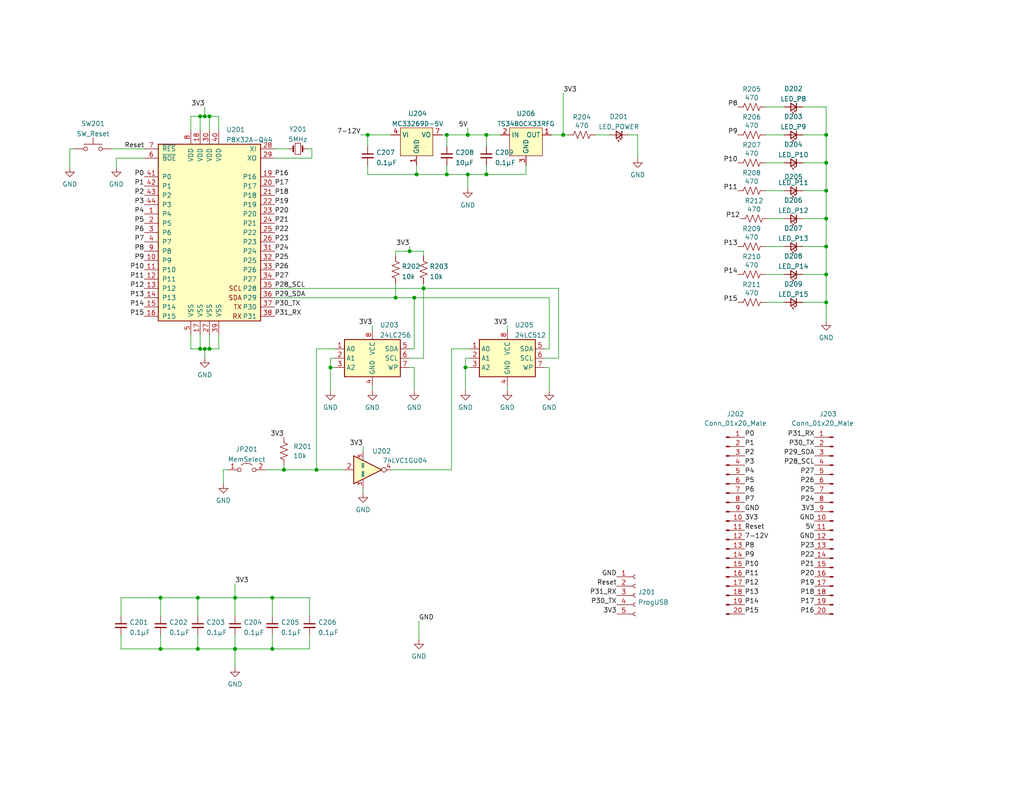
<source format=kicad_sch>
(kicad_sch (version 20211123) (generator eeschema)

  (uuid abd627b1-6972-4245-b8dc-6952c6ad227b)

  (paper "USLetter")

  (title_block
    (title "Arduino")
    (date "2022-02-10")
    (rev "0.0.1")
    (company "Cégep de Sherbrooke")
  )

  (lib_symbols
    (symbol "74xGxx:74LVC1GU04DRL" (in_bom yes) (on_board yes)
      (property "Reference" "U" (id 0) (at -2.54 5.08 0)
        (effects (font (size 1.27 1.27)))
      )
      (property "Value" "74LVC1GU04DRL" (id 1) (at 8.89 5.08 0)
        (effects (font (size 1.27 1.27)))
      )
      (property "Footprint" "Package_TO_SOT_SMD:SOT-553" (id 2) (at 0 -6.35 0)
        (effects (font (size 1.27 1.27)) hide)
      )
      (property "Datasheet" "http://www.ti.com/lit/ds/symlink/sn74lvc1gu04.pdf" (id 3) (at -1.905 0 0)
        (effects (font (size 1.27 1.27)) hide)
      )
      (property "ki_keywords" "inverter cmos" (id 4) (at 0 0 0)
        (effects (font (size 1.27 1.27)) hide)
      )
      (property "ki_description" "Single Inverter Gate, SOT-553" (id 5) (at 0 0 0)
        (effects (font (size 1.27 1.27)) hide)
      )
      (property "ki_fp_filters" "SOT*553*" (id 6) (at 0 0 0)
        (effects (font (size 1.27 1.27)) hide)
      )
      (symbol "74LVC1GU04DRL_0_1"
        (rectangle (start -2.54 3.81) (end -2.54 -3.81)
          (stroke (width 0.254) (type default) (color 0 0 0 0))
          (fill (type background))
        )
        (polyline
          (pts
            (xy -2.54 -3.81)
            (xy 5.08 0)
            (xy -2.54 3.81)
          )
          (stroke (width 0.254) (type default) (color 0 0 0 0))
          (fill (type background))
        )
        (circle (center 5.715 0) (radius 0.635)
          (stroke (width 0) (type default) (color 0 0 0 0))
          (fill (type none))
        )
      )
      (symbol "74LVC1GU04DRL_1_1"
        (pin no_connect line (at 5.08 0 180) (length 2.54) hide
          (name "NC" (effects (font (size 1.27 1.27))))
          (number "1" (effects (font (size 1.27 1.27))))
        )
        (pin input line (at -5.08 0 0) (length 2.54)
          (name "~" (effects (font (size 1.27 1.27))))
          (number "2" (effects (font (size 1.27 1.27))))
        )
        (pin power_in line (at 0 -5.08 90) (length 2.54)
          (name "GND" (effects (font (size 0.508 0.508))))
          (number "3" (effects (font (size 1.016 1.016))))
        )
        (pin output line (at 7.62 0 180) (length 1.27)
          (name "~" (effects (font (size 1.27 1.27))))
          (number "4" (effects (font (size 1.27 1.27))))
        )
        (pin power_in line (at 0 5.08 270) (length 2.54)
          (name "VCC" (effects (font (size 0.508 0.508))))
          (number "5" (effects (font (size 1.016 1.016))))
        )
      )
    )
    (symbol "Connector:Conn_01x05_Female" (pin_names (offset 1.016) hide) (in_bom yes) (on_board yes)
      (property "Reference" "J" (id 0) (at 0 7.62 0)
        (effects (font (size 1.27 1.27)))
      )
      (property "Value" "Conn_01x05_Female" (id 1) (at 0 -7.62 0)
        (effects (font (size 1.27 1.27)))
      )
      (property "Footprint" "" (id 2) (at 0 0 0)
        (effects (font (size 1.27 1.27)) hide)
      )
      (property "Datasheet" "~" (id 3) (at 0 0 0)
        (effects (font (size 1.27 1.27)) hide)
      )
      (property "ki_keywords" "connector" (id 4) (at 0 0 0)
        (effects (font (size 1.27 1.27)) hide)
      )
      (property "ki_description" "Generic connector, single row, 01x05, script generated (kicad-library-utils/schlib/autogen/connector/)" (id 5) (at 0 0 0)
        (effects (font (size 1.27 1.27)) hide)
      )
      (property "ki_fp_filters" "Connector*:*_1x??_*" (id 6) (at 0 0 0)
        (effects (font (size 1.27 1.27)) hide)
      )
      (symbol "Conn_01x05_Female_1_1"
        (arc (start 0 -4.572) (mid -0.508 -5.08) (end 0 -5.588)
          (stroke (width 0.1524) (type default) (color 0 0 0 0))
          (fill (type none))
        )
        (arc (start 0 -2.032) (mid -0.508 -2.54) (end 0 -3.048)
          (stroke (width 0.1524) (type default) (color 0 0 0 0))
          (fill (type none))
        )
        (polyline
          (pts
            (xy -1.27 -5.08)
            (xy -0.508 -5.08)
          )
          (stroke (width 0.1524) (type default) (color 0 0 0 0))
          (fill (type none))
        )
        (polyline
          (pts
            (xy -1.27 -2.54)
            (xy -0.508 -2.54)
          )
          (stroke (width 0.1524) (type default) (color 0 0 0 0))
          (fill (type none))
        )
        (polyline
          (pts
            (xy -1.27 0)
            (xy -0.508 0)
          )
          (stroke (width 0.1524) (type default) (color 0 0 0 0))
          (fill (type none))
        )
        (polyline
          (pts
            (xy -1.27 2.54)
            (xy -0.508 2.54)
          )
          (stroke (width 0.1524) (type default) (color 0 0 0 0))
          (fill (type none))
        )
        (polyline
          (pts
            (xy -1.27 5.08)
            (xy -0.508 5.08)
          )
          (stroke (width 0.1524) (type default) (color 0 0 0 0))
          (fill (type none))
        )
        (arc (start 0 0.508) (mid -0.508 0) (end 0 -0.508)
          (stroke (width 0.1524) (type default) (color 0 0 0 0))
          (fill (type none))
        )
        (arc (start 0 3.048) (mid -0.508 2.54) (end 0 2.032)
          (stroke (width 0.1524) (type default) (color 0 0 0 0))
          (fill (type none))
        )
        (arc (start 0 5.588) (mid -0.508 5.08) (end 0 4.572)
          (stroke (width 0.1524) (type default) (color 0 0 0 0))
          (fill (type none))
        )
        (pin passive line (at -5.08 5.08 0) (length 3.81)
          (name "Pin_1" (effects (font (size 1.27 1.27))))
          (number "1" (effects (font (size 1.27 1.27))))
        )
        (pin passive line (at -5.08 2.54 0) (length 3.81)
          (name "Pin_2" (effects (font (size 1.27 1.27))))
          (number "2" (effects (font (size 1.27 1.27))))
        )
        (pin passive line (at -5.08 0 0) (length 3.81)
          (name "Pin_3" (effects (font (size 1.27 1.27))))
          (number "3" (effects (font (size 1.27 1.27))))
        )
        (pin passive line (at -5.08 -2.54 0) (length 3.81)
          (name "Pin_4" (effects (font (size 1.27 1.27))))
          (number "4" (effects (font (size 1.27 1.27))))
        )
        (pin passive line (at -5.08 -5.08 0) (length 3.81)
          (name "Pin_5" (effects (font (size 1.27 1.27))))
          (number "5" (effects (font (size 1.27 1.27))))
        )
      )
    )
    (symbol "Connector:Conn_01x20_Male" (pin_names (offset 1.016) hide) (in_bom yes) (on_board yes)
      (property "Reference" "J" (id 0) (at 0 25.4 0)
        (effects (font (size 1.27 1.27)))
      )
      (property "Value" "Conn_01x20_Male" (id 1) (at 0 -27.94 0)
        (effects (font (size 1.27 1.27)))
      )
      (property "Footprint" "" (id 2) (at 0 0 0)
        (effects (font (size 1.27 1.27)) hide)
      )
      (property "Datasheet" "~" (id 3) (at 0 0 0)
        (effects (font (size 1.27 1.27)) hide)
      )
      (property "ki_keywords" "connector" (id 4) (at 0 0 0)
        (effects (font (size 1.27 1.27)) hide)
      )
      (property "ki_description" "Generic connector, single row, 01x20, script generated (kicad-library-utils/schlib/autogen/connector/)" (id 5) (at 0 0 0)
        (effects (font (size 1.27 1.27)) hide)
      )
      (property "ki_fp_filters" "Connector*:*_1x??_*" (id 6) (at 0 0 0)
        (effects (font (size 1.27 1.27)) hide)
      )
      (symbol "Conn_01x20_Male_1_1"
        (polyline
          (pts
            (xy 1.27 -25.4)
            (xy 0.8636 -25.4)
          )
          (stroke (width 0.1524) (type default) (color 0 0 0 0))
          (fill (type none))
        )
        (polyline
          (pts
            (xy 1.27 -22.86)
            (xy 0.8636 -22.86)
          )
          (stroke (width 0.1524) (type default) (color 0 0 0 0))
          (fill (type none))
        )
        (polyline
          (pts
            (xy 1.27 -20.32)
            (xy 0.8636 -20.32)
          )
          (stroke (width 0.1524) (type default) (color 0 0 0 0))
          (fill (type none))
        )
        (polyline
          (pts
            (xy 1.27 -17.78)
            (xy 0.8636 -17.78)
          )
          (stroke (width 0.1524) (type default) (color 0 0 0 0))
          (fill (type none))
        )
        (polyline
          (pts
            (xy 1.27 -15.24)
            (xy 0.8636 -15.24)
          )
          (stroke (width 0.1524) (type default) (color 0 0 0 0))
          (fill (type none))
        )
        (polyline
          (pts
            (xy 1.27 -12.7)
            (xy 0.8636 -12.7)
          )
          (stroke (width 0.1524) (type default) (color 0 0 0 0))
          (fill (type none))
        )
        (polyline
          (pts
            (xy 1.27 -10.16)
            (xy 0.8636 -10.16)
          )
          (stroke (width 0.1524) (type default) (color 0 0 0 0))
          (fill (type none))
        )
        (polyline
          (pts
            (xy 1.27 -7.62)
            (xy 0.8636 -7.62)
          )
          (stroke (width 0.1524) (type default) (color 0 0 0 0))
          (fill (type none))
        )
        (polyline
          (pts
            (xy 1.27 -5.08)
            (xy 0.8636 -5.08)
          )
          (stroke (width 0.1524) (type default) (color 0 0 0 0))
          (fill (type none))
        )
        (polyline
          (pts
            (xy 1.27 -2.54)
            (xy 0.8636 -2.54)
          )
          (stroke (width 0.1524) (type default) (color 0 0 0 0))
          (fill (type none))
        )
        (polyline
          (pts
            (xy 1.27 0)
            (xy 0.8636 0)
          )
          (stroke (width 0.1524) (type default) (color 0 0 0 0))
          (fill (type none))
        )
        (polyline
          (pts
            (xy 1.27 2.54)
            (xy 0.8636 2.54)
          )
          (stroke (width 0.1524) (type default) (color 0 0 0 0))
          (fill (type none))
        )
        (polyline
          (pts
            (xy 1.27 5.08)
            (xy 0.8636 5.08)
          )
          (stroke (width 0.1524) (type default) (color 0 0 0 0))
          (fill (type none))
        )
        (polyline
          (pts
            (xy 1.27 7.62)
            (xy 0.8636 7.62)
          )
          (stroke (width 0.1524) (type default) (color 0 0 0 0))
          (fill (type none))
        )
        (polyline
          (pts
            (xy 1.27 10.16)
            (xy 0.8636 10.16)
          )
          (stroke (width 0.1524) (type default) (color 0 0 0 0))
          (fill (type none))
        )
        (polyline
          (pts
            (xy 1.27 12.7)
            (xy 0.8636 12.7)
          )
          (stroke (width 0.1524) (type default) (color 0 0 0 0))
          (fill (type none))
        )
        (polyline
          (pts
            (xy 1.27 15.24)
            (xy 0.8636 15.24)
          )
          (stroke (width 0.1524) (type default) (color 0 0 0 0))
          (fill (type none))
        )
        (polyline
          (pts
            (xy 1.27 17.78)
            (xy 0.8636 17.78)
          )
          (stroke (width 0.1524) (type default) (color 0 0 0 0))
          (fill (type none))
        )
        (polyline
          (pts
            (xy 1.27 20.32)
            (xy 0.8636 20.32)
          )
          (stroke (width 0.1524) (type default) (color 0 0 0 0))
          (fill (type none))
        )
        (polyline
          (pts
            (xy 1.27 22.86)
            (xy 0.8636 22.86)
          )
          (stroke (width 0.1524) (type default) (color 0 0 0 0))
          (fill (type none))
        )
        (rectangle (start 0.8636 -25.273) (end 0 -25.527)
          (stroke (width 0.1524) (type default) (color 0 0 0 0))
          (fill (type outline))
        )
        (rectangle (start 0.8636 -22.733) (end 0 -22.987)
          (stroke (width 0.1524) (type default) (color 0 0 0 0))
          (fill (type outline))
        )
        (rectangle (start 0.8636 -20.193) (end 0 -20.447)
          (stroke (width 0.1524) (type default) (color 0 0 0 0))
          (fill (type outline))
        )
        (rectangle (start 0.8636 -17.653) (end 0 -17.907)
          (stroke (width 0.1524) (type default) (color 0 0 0 0))
          (fill (type outline))
        )
        (rectangle (start 0.8636 -15.113) (end 0 -15.367)
          (stroke (width 0.1524) (type default) (color 0 0 0 0))
          (fill (type outline))
        )
        (rectangle (start 0.8636 -12.573) (end 0 -12.827)
          (stroke (width 0.1524) (type default) (color 0 0 0 0))
          (fill (type outline))
        )
        (rectangle (start 0.8636 -10.033) (end 0 -10.287)
          (stroke (width 0.1524) (type default) (color 0 0 0 0))
          (fill (type outline))
        )
        (rectangle (start 0.8636 -7.493) (end 0 -7.747)
          (stroke (width 0.1524) (type default) (color 0 0 0 0))
          (fill (type outline))
        )
        (rectangle (start 0.8636 -4.953) (end 0 -5.207)
          (stroke (width 0.1524) (type default) (color 0 0 0 0))
          (fill (type outline))
        )
        (rectangle (start 0.8636 -2.413) (end 0 -2.667)
          (stroke (width 0.1524) (type default) (color 0 0 0 0))
          (fill (type outline))
        )
        (rectangle (start 0.8636 0.127) (end 0 -0.127)
          (stroke (width 0.1524) (type default) (color 0 0 0 0))
          (fill (type outline))
        )
        (rectangle (start 0.8636 2.667) (end 0 2.413)
          (stroke (width 0.1524) (type default) (color 0 0 0 0))
          (fill (type outline))
        )
        (rectangle (start 0.8636 5.207) (end 0 4.953)
          (stroke (width 0.1524) (type default) (color 0 0 0 0))
          (fill (type outline))
        )
        (rectangle (start 0.8636 7.747) (end 0 7.493)
          (stroke (width 0.1524) (type default) (color 0 0 0 0))
          (fill (type outline))
        )
        (rectangle (start 0.8636 10.287) (end 0 10.033)
          (stroke (width 0.1524) (type default) (color 0 0 0 0))
          (fill (type outline))
        )
        (rectangle (start 0.8636 12.827) (end 0 12.573)
          (stroke (width 0.1524) (type default) (color 0 0 0 0))
          (fill (type outline))
        )
        (rectangle (start 0.8636 15.367) (end 0 15.113)
          (stroke (width 0.1524) (type default) (color 0 0 0 0))
          (fill (type outline))
        )
        (rectangle (start 0.8636 17.907) (end 0 17.653)
          (stroke (width 0.1524) (type default) (color 0 0 0 0))
          (fill (type outline))
        )
        (rectangle (start 0.8636 20.447) (end 0 20.193)
          (stroke (width 0.1524) (type default) (color 0 0 0 0))
          (fill (type outline))
        )
        (rectangle (start 0.8636 22.987) (end 0 22.733)
          (stroke (width 0.1524) (type default) (color 0 0 0 0))
          (fill (type outline))
        )
        (pin passive line (at 5.08 22.86 180) (length 3.81)
          (name "Pin_1" (effects (font (size 1.27 1.27))))
          (number "1" (effects (font (size 1.27 1.27))))
        )
        (pin passive line (at 5.08 0 180) (length 3.81)
          (name "Pin_10" (effects (font (size 1.27 1.27))))
          (number "10" (effects (font (size 1.27 1.27))))
        )
        (pin passive line (at 5.08 -2.54 180) (length 3.81)
          (name "Pin_11" (effects (font (size 1.27 1.27))))
          (number "11" (effects (font (size 1.27 1.27))))
        )
        (pin passive line (at 5.08 -5.08 180) (length 3.81)
          (name "Pin_12" (effects (font (size 1.27 1.27))))
          (number "12" (effects (font (size 1.27 1.27))))
        )
        (pin passive line (at 5.08 -7.62 180) (length 3.81)
          (name "Pin_13" (effects (font (size 1.27 1.27))))
          (number "13" (effects (font (size 1.27 1.27))))
        )
        (pin passive line (at 5.08 -10.16 180) (length 3.81)
          (name "Pin_14" (effects (font (size 1.27 1.27))))
          (number "14" (effects (font (size 1.27 1.27))))
        )
        (pin passive line (at 5.08 -12.7 180) (length 3.81)
          (name "Pin_15" (effects (font (size 1.27 1.27))))
          (number "15" (effects (font (size 1.27 1.27))))
        )
        (pin passive line (at 5.08 -15.24 180) (length 3.81)
          (name "Pin_16" (effects (font (size 1.27 1.27))))
          (number "16" (effects (font (size 1.27 1.27))))
        )
        (pin passive line (at 5.08 -17.78 180) (length 3.81)
          (name "Pin_17" (effects (font (size 1.27 1.27))))
          (number "17" (effects (font (size 1.27 1.27))))
        )
        (pin passive line (at 5.08 -20.32 180) (length 3.81)
          (name "Pin_18" (effects (font (size 1.27 1.27))))
          (number "18" (effects (font (size 1.27 1.27))))
        )
        (pin passive line (at 5.08 -22.86 180) (length 3.81)
          (name "Pin_19" (effects (font (size 1.27 1.27))))
          (number "19" (effects (font (size 1.27 1.27))))
        )
        (pin passive line (at 5.08 20.32 180) (length 3.81)
          (name "Pin_2" (effects (font (size 1.27 1.27))))
          (number "2" (effects (font (size 1.27 1.27))))
        )
        (pin passive line (at 5.08 -25.4 180) (length 3.81)
          (name "Pin_20" (effects (font (size 1.27 1.27))))
          (number "20" (effects (font (size 1.27 1.27))))
        )
        (pin passive line (at 5.08 17.78 180) (length 3.81)
          (name "Pin_3" (effects (font (size 1.27 1.27))))
          (number "3" (effects (font (size 1.27 1.27))))
        )
        (pin passive line (at 5.08 15.24 180) (length 3.81)
          (name "Pin_4" (effects (font (size 1.27 1.27))))
          (number "4" (effects (font (size 1.27 1.27))))
        )
        (pin passive line (at 5.08 12.7 180) (length 3.81)
          (name "Pin_5" (effects (font (size 1.27 1.27))))
          (number "5" (effects (font (size 1.27 1.27))))
        )
        (pin passive line (at 5.08 10.16 180) (length 3.81)
          (name "Pin_6" (effects (font (size 1.27 1.27))))
          (number "6" (effects (font (size 1.27 1.27))))
        )
        (pin passive line (at 5.08 7.62 180) (length 3.81)
          (name "Pin_7" (effects (font (size 1.27 1.27))))
          (number "7" (effects (font (size 1.27 1.27))))
        )
        (pin passive line (at 5.08 5.08 180) (length 3.81)
          (name "Pin_8" (effects (font (size 1.27 1.27))))
          (number "8" (effects (font (size 1.27 1.27))))
        )
        (pin passive line (at 5.08 2.54 180) (length 3.81)
          (name "Pin_9" (effects (font (size 1.27 1.27))))
          (number "9" (effects (font (size 1.27 1.27))))
        )
      )
    )
    (symbol "Device:C_Small" (pin_numbers hide) (pin_names (offset 0.254) hide) (in_bom yes) (on_board yes)
      (property "Reference" "C" (id 0) (at 0.254 1.778 0)
        (effects (font (size 1.27 1.27)) (justify left))
      )
      (property "Value" "C_Small" (id 1) (at 0.254 -2.032 0)
        (effects (font (size 1.27 1.27)) (justify left))
      )
      (property "Footprint" "" (id 2) (at 0 0 0)
        (effects (font (size 1.27 1.27)) hide)
      )
      (property "Datasheet" "~" (id 3) (at 0 0 0)
        (effects (font (size 1.27 1.27)) hide)
      )
      (property "ki_keywords" "capacitor cap" (id 4) (at 0 0 0)
        (effects (font (size 1.27 1.27)) hide)
      )
      (property "ki_description" "Unpolarized capacitor, small symbol" (id 5) (at 0 0 0)
        (effects (font (size 1.27 1.27)) hide)
      )
      (property "ki_fp_filters" "C_*" (id 6) (at 0 0 0)
        (effects (font (size 1.27 1.27)) hide)
      )
      (symbol "C_Small_0_1"
        (polyline
          (pts
            (xy -1.524 -0.508)
            (xy 1.524 -0.508)
          )
          (stroke (width 0.3302) (type default) (color 0 0 0 0))
          (fill (type none))
        )
        (polyline
          (pts
            (xy -1.524 0.508)
            (xy 1.524 0.508)
          )
          (stroke (width 0.3048) (type default) (color 0 0 0 0))
          (fill (type none))
        )
      )
      (symbol "C_Small_1_1"
        (pin passive line (at 0 2.54 270) (length 2.032)
          (name "~" (effects (font (size 1.27 1.27))))
          (number "1" (effects (font (size 1.27 1.27))))
        )
        (pin passive line (at 0 -2.54 90) (length 2.032)
          (name "~" (effects (font (size 1.27 1.27))))
          (number "2" (effects (font (size 1.27 1.27))))
        )
      )
    )
    (symbol "Device:Crystal_Small" (pin_numbers hide) (pin_names (offset 1.016) hide) (in_bom yes) (on_board yes)
      (property "Reference" "Y" (id 0) (at 0 2.54 0)
        (effects (font (size 1.27 1.27)))
      )
      (property "Value" "Crystal_Small" (id 1) (at 0 -2.54 0)
        (effects (font (size 1.27 1.27)))
      )
      (property "Footprint" "" (id 2) (at 0 0 0)
        (effects (font (size 1.27 1.27)) hide)
      )
      (property "Datasheet" "~" (id 3) (at 0 0 0)
        (effects (font (size 1.27 1.27)) hide)
      )
      (property "ki_keywords" "quartz ceramic resonator oscillator" (id 4) (at 0 0 0)
        (effects (font (size 1.27 1.27)) hide)
      )
      (property "ki_description" "Two pin crystal, small symbol" (id 5) (at 0 0 0)
        (effects (font (size 1.27 1.27)) hide)
      )
      (property "ki_fp_filters" "Crystal*" (id 6) (at 0 0 0)
        (effects (font (size 1.27 1.27)) hide)
      )
      (symbol "Crystal_Small_0_1"
        (rectangle (start -0.762 -1.524) (end 0.762 1.524)
          (stroke (width 0) (type default) (color 0 0 0 0))
          (fill (type none))
        )
        (polyline
          (pts
            (xy -1.27 -0.762)
            (xy -1.27 0.762)
          )
          (stroke (width 0.381) (type default) (color 0 0 0 0))
          (fill (type none))
        )
        (polyline
          (pts
            (xy 1.27 -0.762)
            (xy 1.27 0.762)
          )
          (stroke (width 0.381) (type default) (color 0 0 0 0))
          (fill (type none))
        )
      )
      (symbol "Crystal_Small_1_1"
        (pin passive line (at -2.54 0 0) (length 1.27)
          (name "1" (effects (font (size 1.27 1.27))))
          (number "1" (effects (font (size 1.27 1.27))))
        )
        (pin passive line (at 2.54 0 180) (length 1.27)
          (name "2" (effects (font (size 1.27 1.27))))
          (number "2" (effects (font (size 1.27 1.27))))
        )
      )
    )
    (symbol "Device:LED_Small" (pin_numbers hide) (pin_names (offset 0.254) hide) (in_bom yes) (on_board yes)
      (property "Reference" "D" (id 0) (at -1.27 3.175 0)
        (effects (font (size 1.27 1.27)) (justify left))
      )
      (property "Value" "LED_Small" (id 1) (at -4.445 -2.54 0)
        (effects (font (size 1.27 1.27)) (justify left))
      )
      (property "Footprint" "" (id 2) (at 0 0 90)
        (effects (font (size 1.27 1.27)) hide)
      )
      (property "Datasheet" "~" (id 3) (at 0 0 90)
        (effects (font (size 1.27 1.27)) hide)
      )
      (property "ki_keywords" "LED diode light-emitting-diode" (id 4) (at 0 0 0)
        (effects (font (size 1.27 1.27)) hide)
      )
      (property "ki_description" "Light emitting diode, small symbol" (id 5) (at 0 0 0)
        (effects (font (size 1.27 1.27)) hide)
      )
      (property "ki_fp_filters" "LED* LED_SMD:* LED_THT:*" (id 6) (at 0 0 0)
        (effects (font (size 1.27 1.27)) hide)
      )
      (symbol "LED_Small_0_1"
        (polyline
          (pts
            (xy -0.762 -1.016)
            (xy -0.762 1.016)
          )
          (stroke (width 0.254) (type default) (color 0 0 0 0))
          (fill (type none))
        )
        (polyline
          (pts
            (xy 1.016 0)
            (xy -0.762 0)
          )
          (stroke (width 0) (type default) (color 0 0 0 0))
          (fill (type none))
        )
        (polyline
          (pts
            (xy 0.762 -1.016)
            (xy -0.762 0)
            (xy 0.762 1.016)
            (xy 0.762 -1.016)
          )
          (stroke (width 0.254) (type default) (color 0 0 0 0))
          (fill (type none))
        )
        (polyline
          (pts
            (xy 0 0.762)
            (xy -0.508 1.27)
            (xy -0.254 1.27)
            (xy -0.508 1.27)
            (xy -0.508 1.016)
          )
          (stroke (width 0) (type default) (color 0 0 0 0))
          (fill (type none))
        )
        (polyline
          (pts
            (xy 0.508 1.27)
            (xy 0 1.778)
            (xy 0.254 1.778)
            (xy 0 1.778)
            (xy 0 1.524)
          )
          (stroke (width 0) (type default) (color 0 0 0 0))
          (fill (type none))
        )
      )
      (symbol "LED_Small_1_1"
        (pin passive line (at -2.54 0 0) (length 1.778)
          (name "K" (effects (font (size 1.27 1.27))))
          (number "1" (effects (font (size 1.27 1.27))))
        )
        (pin passive line (at 2.54 0 180) (length 1.778)
          (name "A" (effects (font (size 1.27 1.27))))
          (number "2" (effects (font (size 1.27 1.27))))
        )
      )
    )
    (symbol "Device:R_US" (pin_numbers hide) (pin_names (offset 0)) (in_bom yes) (on_board yes)
      (property "Reference" "R" (id 0) (at 2.54 0 90)
        (effects (font (size 1.27 1.27)))
      )
      (property "Value" "R_US" (id 1) (at -2.54 0 90)
        (effects (font (size 1.27 1.27)))
      )
      (property "Footprint" "" (id 2) (at 1.016 -0.254 90)
        (effects (font (size 1.27 1.27)) hide)
      )
      (property "Datasheet" "~" (id 3) (at 0 0 0)
        (effects (font (size 1.27 1.27)) hide)
      )
      (property "ki_keywords" "R res resistor" (id 4) (at 0 0 0)
        (effects (font (size 1.27 1.27)) hide)
      )
      (property "ki_description" "Resistor, US symbol" (id 5) (at 0 0 0)
        (effects (font (size 1.27 1.27)) hide)
      )
      (property "ki_fp_filters" "R_*" (id 6) (at 0 0 0)
        (effects (font (size 1.27 1.27)) hide)
      )
      (symbol "R_US_0_1"
        (polyline
          (pts
            (xy 0 -2.286)
            (xy 0 -2.54)
          )
          (stroke (width 0) (type default) (color 0 0 0 0))
          (fill (type none))
        )
        (polyline
          (pts
            (xy 0 2.286)
            (xy 0 2.54)
          )
          (stroke (width 0) (type default) (color 0 0 0 0))
          (fill (type none))
        )
        (polyline
          (pts
            (xy 0 -0.762)
            (xy 1.016 -1.143)
            (xy 0 -1.524)
            (xy -1.016 -1.905)
            (xy 0 -2.286)
          )
          (stroke (width 0) (type default) (color 0 0 0 0))
          (fill (type none))
        )
        (polyline
          (pts
            (xy 0 0.762)
            (xy 1.016 0.381)
            (xy 0 0)
            (xy -1.016 -0.381)
            (xy 0 -0.762)
          )
          (stroke (width 0) (type default) (color 0 0 0 0))
          (fill (type none))
        )
        (polyline
          (pts
            (xy 0 2.286)
            (xy 1.016 1.905)
            (xy 0 1.524)
            (xy -1.016 1.143)
            (xy 0 0.762)
          )
          (stroke (width 0) (type default) (color 0 0 0 0))
          (fill (type none))
        )
      )
      (symbol "R_US_1_1"
        (pin passive line (at 0 3.81 270) (length 1.27)
          (name "~" (effects (font (size 1.27 1.27))))
          (number "1" (effects (font (size 1.27 1.27))))
        )
        (pin passive line (at 0 -3.81 90) (length 1.27)
          (name "~" (effects (font (size 1.27 1.27))))
          (number "2" (effects (font (size 1.27 1.27))))
        )
      )
    )
    (symbol "Jumper:Jumper_2_Open" (pin_names (offset 0) hide) (in_bom yes) (on_board yes)
      (property "Reference" "JP" (id 0) (at 0 2.794 0)
        (effects (font (size 1.27 1.27)))
      )
      (property "Value" "Jumper_2_Open" (id 1) (at 0 -2.286 0)
        (effects (font (size 1.27 1.27)))
      )
      (property "Footprint" "" (id 2) (at 0 0 0)
        (effects (font (size 1.27 1.27)) hide)
      )
      (property "Datasheet" "~" (id 3) (at 0 0 0)
        (effects (font (size 1.27 1.27)) hide)
      )
      (property "ki_keywords" "Jumper SPST" (id 4) (at 0 0 0)
        (effects (font (size 1.27 1.27)) hide)
      )
      (property "ki_description" "Jumper, 2-pole, open" (id 5) (at 0 0 0)
        (effects (font (size 1.27 1.27)) hide)
      )
      (property "ki_fp_filters" "Jumper* TestPoint*2Pads* TestPoint*Bridge*" (id 6) (at 0 0 0)
        (effects (font (size 1.27 1.27)) hide)
      )
      (symbol "Jumper_2_Open_0_0"
        (circle (center -2.032 0) (radius 0.508)
          (stroke (width 0) (type default) (color 0 0 0 0))
          (fill (type none))
        )
        (circle (center 2.032 0) (radius 0.508)
          (stroke (width 0) (type default) (color 0 0 0 0))
          (fill (type none))
        )
      )
      (symbol "Jumper_2_Open_0_1"
        (arc (start 1.524 1.27) (mid 0 1.778) (end -1.524 1.27)
          (stroke (width 0) (type default) (color 0 0 0 0))
          (fill (type none))
        )
      )
      (symbol "Jumper_2_Open_1_1"
        (pin passive line (at -5.08 0 0) (length 2.54)
          (name "A" (effects (font (size 1.27 1.27))))
          (number "1" (effects (font (size 1.27 1.27))))
        )
        (pin passive line (at 5.08 0 180) (length 2.54)
          (name "B" (effects (font (size 1.27 1.27))))
          (number "2" (effects (font (size 1.27 1.27))))
        )
      )
    )
    (symbol "MCU_Parallax:P8X32A-Q44" (pin_names (offset 1.016)) (in_bom yes) (on_board yes)
      (property "Reference" "U" (id 0) (at -13.97 25.4 0)
        (effects (font (size 1.27 1.27)) (justify left))
      )
      (property "Value" "P8X32A-Q44" (id 1) (at 3.81 25.4 0)
        (effects (font (size 1.27 1.27)) (justify left))
      )
      (property "Footprint" "Package_QFP:LQFP-44_10x10mm_P0.8mm" (id 2) (at 0 30.48 0)
        (effects (font (size 1.27 1.27)) hide)
      )
      (property "Datasheet" "https://www.parallax.com/sites/default/files/downloads/P8X32A-Propeller-Datasheet-v1.4.0_0.pdf" (id 3) (at 0 0 0)
        (effects (font (size 1.27 1.27)) hide)
      )
      (property "ki_keywords" "microcontroller multicore Parallax Propeller LQFP" (id 4) (at 0 0 0)
        (effects (font (size 1.27 1.27)) hide)
      )
      (property "ki_description" "Parallax Propeller 8 core, 32 bit, 80 MHz microcontroller, 3.3VDC, 44-pin LQFP" (id 5) (at 0 0 0)
        (effects (font (size 1.27 1.27)) hide)
      )
      (property "ki_fp_filters" "LQFP*44*10x10mm*P0.8mm*" (id 6) (at 0 0 0)
        (effects (font (size 1.27 1.27)) hide)
      )
      (symbol "P8X32A-Q44_0_1"
        (rectangle (start -13.97 24.13) (end 13.97 -24.13)
          (stroke (width 0.254) (type default) (color 0 0 0 0))
          (fill (type background))
        )
        (text "RX" (at 8.89 -22.86 0)
          (effects (font (size 1.27 1.27)) (justify right))
        )
        (text "SCL" (at 8.89 -15.24 0)
          (effects (font (size 1.27 1.27)) (justify right))
        )
        (text "SDA" (at 8.89 -17.78 0)
          (effects (font (size 1.27 1.27)) (justify right))
        )
        (text "TX" (at 8.89 -20.32 0)
          (effects (font (size 1.27 1.27)) (justify right))
        )
        (pin bidirectional line (at -17.78 5.08 0) (length 3.81)
          (name "P4" (effects (font (size 1.27 1.27))))
          (number "1" (effects (font (size 1.27 1.27))))
        )
        (pin bidirectional line (at -17.78 -7.62 0) (length 3.81)
          (name "P9" (effects (font (size 1.27 1.27))))
          (number "10" (effects (font (size 1.27 1.27))))
        )
        (pin bidirectional line (at -17.78 -10.16 0) (length 3.81)
          (name "P10" (effects (font (size 1.27 1.27))))
          (number "11" (effects (font (size 1.27 1.27))))
        )
        (pin bidirectional line (at -17.78 -12.7 0) (length 3.81)
          (name "P11" (effects (font (size 1.27 1.27))))
          (number "12" (effects (font (size 1.27 1.27))))
        )
        (pin bidirectional line (at -17.78 -15.24 0) (length 3.81)
          (name "P12" (effects (font (size 1.27 1.27))))
          (number "13" (effects (font (size 1.27 1.27))))
        )
        (pin bidirectional line (at -17.78 -17.78 0) (length 3.81)
          (name "P13" (effects (font (size 1.27 1.27))))
          (number "14" (effects (font (size 1.27 1.27))))
        )
        (pin bidirectional line (at -17.78 -20.32 0) (length 3.81)
          (name "P14" (effects (font (size 1.27 1.27))))
          (number "15" (effects (font (size 1.27 1.27))))
        )
        (pin bidirectional line (at -17.78 -22.86 0) (length 3.81)
          (name "P15" (effects (font (size 1.27 1.27))))
          (number "16" (effects (font (size 1.27 1.27))))
        )
        (pin power_in line (at -2.54 -27.94 90) (length 3.81)
          (name "VSS" (effects (font (size 1.27 1.27))))
          (number "17" (effects (font (size 1.27 1.27))))
        )
        (pin power_in line (at -2.54 27.94 270) (length 3.81)
          (name "VDD" (effects (font (size 1.27 1.27))))
          (number "18" (effects (font (size 1.27 1.27))))
        )
        (pin bidirectional line (at 17.78 15.24 180) (length 3.81)
          (name "P16" (effects (font (size 1.27 1.27))))
          (number "19" (effects (font (size 1.27 1.27))))
        )
        (pin bidirectional line (at -17.78 2.54 0) (length 3.81)
          (name "P5" (effects (font (size 1.27 1.27))))
          (number "2" (effects (font (size 1.27 1.27))))
        )
        (pin bidirectional line (at 17.78 12.7 180) (length 3.81)
          (name "P17" (effects (font (size 1.27 1.27))))
          (number "20" (effects (font (size 1.27 1.27))))
        )
        (pin bidirectional line (at 17.78 10.16 180) (length 3.81)
          (name "P18" (effects (font (size 1.27 1.27))))
          (number "21" (effects (font (size 1.27 1.27))))
        )
        (pin bidirectional line (at 17.78 7.62 180) (length 3.81)
          (name "P19" (effects (font (size 1.27 1.27))))
          (number "22" (effects (font (size 1.27 1.27))))
        )
        (pin bidirectional line (at 17.78 5.08 180) (length 3.81)
          (name "P20" (effects (font (size 1.27 1.27))))
          (number "23" (effects (font (size 1.27 1.27))))
        )
        (pin bidirectional line (at 17.78 2.54 180) (length 3.81)
          (name "P21" (effects (font (size 1.27 1.27))))
          (number "24" (effects (font (size 1.27 1.27))))
        )
        (pin bidirectional line (at 17.78 0 180) (length 3.81)
          (name "P22" (effects (font (size 1.27 1.27))))
          (number "25" (effects (font (size 1.27 1.27))))
        )
        (pin bidirectional line (at 17.78 -2.54 180) (length 3.81)
          (name "P23" (effects (font (size 1.27 1.27))))
          (number "26" (effects (font (size 1.27 1.27))))
        )
        (pin power_in line (at 0 -27.94 90) (length 3.81)
          (name "VSS" (effects (font (size 1.27 1.27))))
          (number "27" (effects (font (size 1.27 1.27))))
        )
        (pin input line (at 17.78 22.86 180) (length 3.81)
          (name "XI" (effects (font (size 1.27 1.27))))
          (number "28" (effects (font (size 1.27 1.27))))
        )
        (pin output line (at 17.78 20.32 180) (length 3.81)
          (name "XO" (effects (font (size 1.27 1.27))))
          (number "29" (effects (font (size 1.27 1.27))))
        )
        (pin bidirectional line (at -17.78 0 0) (length 3.81)
          (name "P6" (effects (font (size 1.27 1.27))))
          (number "3" (effects (font (size 1.27 1.27))))
        )
        (pin power_in line (at 0 27.94 270) (length 3.81)
          (name "VDD" (effects (font (size 1.27 1.27))))
          (number "30" (effects (font (size 1.27 1.27))))
        )
        (pin bidirectional line (at 17.78 -5.08 180) (length 3.81)
          (name "P24" (effects (font (size 1.27 1.27))))
          (number "31" (effects (font (size 1.27 1.27))))
        )
        (pin bidirectional line (at 17.78 -7.62 180) (length 3.81)
          (name "P25" (effects (font (size 1.27 1.27))))
          (number "32" (effects (font (size 1.27 1.27))))
        )
        (pin bidirectional line (at 17.78 -10.16 180) (length 3.81)
          (name "P26" (effects (font (size 1.27 1.27))))
          (number "33" (effects (font (size 1.27 1.27))))
        )
        (pin bidirectional line (at 17.78 -12.7 180) (length 3.81)
          (name "P27" (effects (font (size 1.27 1.27))))
          (number "34" (effects (font (size 1.27 1.27))))
        )
        (pin bidirectional line (at 17.78 -15.24 180) (length 3.81)
          (name "P28" (effects (font (size 1.27 1.27))))
          (number "35" (effects (font (size 1.27 1.27))))
        )
        (pin bidirectional line (at 17.78 -17.78 180) (length 3.81)
          (name "P29" (effects (font (size 1.27 1.27))))
          (number "36" (effects (font (size 1.27 1.27))))
        )
        (pin bidirectional line (at 17.78 -20.32 180) (length 3.81)
          (name "P30" (effects (font (size 1.27 1.27))))
          (number "37" (effects (font (size 1.27 1.27))))
        )
        (pin bidirectional line (at 17.78 -22.86 180) (length 3.81)
          (name "P31" (effects (font (size 1.27 1.27))))
          (number "38" (effects (font (size 1.27 1.27))))
        )
        (pin power_in line (at 2.54 -27.94 90) (length 3.81)
          (name "VSS" (effects (font (size 1.27 1.27))))
          (number "39" (effects (font (size 1.27 1.27))))
        )
        (pin bidirectional line (at -17.78 -2.54 0) (length 3.81)
          (name "P7" (effects (font (size 1.27 1.27))))
          (number "4" (effects (font (size 1.27 1.27))))
        )
        (pin power_in line (at 2.54 27.94 270) (length 3.81)
          (name "VDD" (effects (font (size 1.27 1.27))))
          (number "40" (effects (font (size 1.27 1.27))))
        )
        (pin bidirectional line (at -17.78 15.24 0) (length 3.81)
          (name "P0" (effects (font (size 1.27 1.27))))
          (number "41" (effects (font (size 1.27 1.27))))
        )
        (pin bidirectional line (at -17.78 12.7 0) (length 3.81)
          (name "P1" (effects (font (size 1.27 1.27))))
          (number "42" (effects (font (size 1.27 1.27))))
        )
        (pin bidirectional line (at -17.78 10.16 0) (length 3.81)
          (name "P2" (effects (font (size 1.27 1.27))))
          (number "43" (effects (font (size 1.27 1.27))))
        )
        (pin bidirectional line (at -17.78 7.62 0) (length 3.81)
          (name "P3" (effects (font (size 1.27 1.27))))
          (number "44" (effects (font (size 1.27 1.27))))
        )
        (pin power_in line (at -5.08 -27.94 90) (length 3.81)
          (name "VSS" (effects (font (size 1.27 1.27))))
          (number "5" (effects (font (size 1.27 1.27))))
        )
        (pin input line (at -17.78 20.32 0) (length 3.81)
          (name "~{BOE}" (effects (font (size 1.27 1.27))))
          (number "6" (effects (font (size 1.27 1.27))))
        )
        (pin bidirectional line (at -17.78 22.86 0) (length 3.81)
          (name "~{RES}" (effects (font (size 1.27 1.27))))
          (number "7" (effects (font (size 1.27 1.27))))
        )
        (pin power_in line (at -5.08 27.94 270) (length 3.81)
          (name "VDD" (effects (font (size 1.27 1.27))))
          (number "8" (effects (font (size 1.27 1.27))))
        )
        (pin bidirectional line (at -17.78 -5.08 0) (length 3.81)
          (name "P8" (effects (font (size 1.27 1.27))))
          (number "9" (effects (font (size 1.27 1.27))))
        )
      )
    )
    (symbol "Memory_EEPROM:24LC256" (in_bom yes) (on_board yes)
      (property "Reference" "U" (id 0) (at -6.35 6.35 0)
        (effects (font (size 1.27 1.27)))
      )
      (property "Value" "24LC256" (id 1) (at 1.27 6.35 0)
        (effects (font (size 1.27 1.27)) (justify left))
      )
      (property "Footprint" "" (id 2) (at 0 0 0)
        (effects (font (size 1.27 1.27)) hide)
      )
      (property "Datasheet" "http://ww1.microchip.com/downloads/en/devicedoc/21203m.pdf" (id 3) (at 0 0 0)
        (effects (font (size 1.27 1.27)) hide)
      )
      (property "ki_keywords" "I2C Serial EEPROM" (id 4) (at 0 0 0)
        (effects (font (size 1.27 1.27)) hide)
      )
      (property "ki_description" "I2C Serial EEPROM, 256Kb, DIP-8/SOIC-8/TSSOP-8/DFN-8" (id 5) (at 0 0 0)
        (effects (font (size 1.27 1.27)) hide)
      )
      (property "ki_fp_filters" "DIP*W7.62mm* SOIC*3.9x4.9mm* TSSOP*4.4x3mm*P0.65mm* DFN*3x2mm*P0.5mm*" (id 6) (at 0 0 0)
        (effects (font (size 1.27 1.27)) hide)
      )
      (symbol "24LC256_1_1"
        (rectangle (start -7.62 5.08) (end 7.62 -5.08)
          (stroke (width 0.254) (type default) (color 0 0 0 0))
          (fill (type background))
        )
        (pin input line (at -10.16 2.54 0) (length 2.54)
          (name "A0" (effects (font (size 1.27 1.27))))
          (number "1" (effects (font (size 1.27 1.27))))
        )
        (pin input line (at -10.16 0 0) (length 2.54)
          (name "A1" (effects (font (size 1.27 1.27))))
          (number "2" (effects (font (size 1.27 1.27))))
        )
        (pin input line (at -10.16 -2.54 0) (length 2.54)
          (name "A2" (effects (font (size 1.27 1.27))))
          (number "3" (effects (font (size 1.27 1.27))))
        )
        (pin power_in line (at 0 -7.62 90) (length 2.54)
          (name "GND" (effects (font (size 1.27 1.27))))
          (number "4" (effects (font (size 1.27 1.27))))
        )
        (pin bidirectional line (at 10.16 2.54 180) (length 2.54)
          (name "SDA" (effects (font (size 1.27 1.27))))
          (number "5" (effects (font (size 1.27 1.27))))
        )
        (pin input line (at 10.16 0 180) (length 2.54)
          (name "SCL" (effects (font (size 1.27 1.27))))
          (number "6" (effects (font (size 1.27 1.27))))
        )
        (pin input line (at 10.16 -2.54 180) (length 2.54)
          (name "WP" (effects (font (size 1.27 1.27))))
          (number "7" (effects (font (size 1.27 1.27))))
        )
        (pin power_in line (at 0 7.62 270) (length 2.54)
          (name "VCC" (effects (font (size 1.27 1.27))))
          (number "8" (effects (font (size 1.27 1.27))))
        )
      )
    )
    (symbol "Memory_EEPROM:24LC512" (in_bom yes) (on_board yes)
      (property "Reference" "U" (id 0) (at -6.35 6.35 0)
        (effects (font (size 1.27 1.27)))
      )
      (property "Value" "24LC512" (id 1) (at 1.27 6.35 0)
        (effects (font (size 1.27 1.27)) (justify left))
      )
      (property "Footprint" "" (id 2) (at 0 0 0)
        (effects (font (size 1.27 1.27)) hide)
      )
      (property "Datasheet" "http://ww1.microchip.com/downloads/en/DeviceDoc/21754M.pdf" (id 3) (at 0 0 0)
        (effects (font (size 1.27 1.27)) hide)
      )
      (property "ki_keywords" "I2C Serial EEPROM" (id 4) (at 0 0 0)
        (effects (font (size 1.27 1.27)) hide)
      )
      (property "ki_description" "I2C Serial EEPROM, 512Kb, DIP-8/SOIC-8/TSSOP-8/DFN-8" (id 5) (at 0 0 0)
        (effects (font (size 1.27 1.27)) hide)
      )
      (property "ki_fp_filters" "DIP*W7.62mm* SOIC*3.9x4.9mm* TSSOP*4.4x3mm*P0.65mm* DFN*3x2mm*P0.5mm*" (id 6) (at 0 0 0)
        (effects (font (size 1.27 1.27)) hide)
      )
      (symbol "24LC512_1_1"
        (rectangle (start -7.62 5.08) (end 7.62 -5.08)
          (stroke (width 0.254) (type default) (color 0 0 0 0))
          (fill (type background))
        )
        (pin input line (at -10.16 2.54 0) (length 2.54)
          (name "A0" (effects (font (size 1.27 1.27))))
          (number "1" (effects (font (size 1.27 1.27))))
        )
        (pin input line (at -10.16 0 0) (length 2.54)
          (name "A1" (effects (font (size 1.27 1.27))))
          (number "2" (effects (font (size 1.27 1.27))))
        )
        (pin input line (at -10.16 -2.54 0) (length 2.54)
          (name "A2" (effects (font (size 1.27 1.27))))
          (number "3" (effects (font (size 1.27 1.27))))
        )
        (pin power_in line (at 0 -7.62 90) (length 2.54)
          (name "GND" (effects (font (size 1.27 1.27))))
          (number "4" (effects (font (size 1.27 1.27))))
        )
        (pin bidirectional line (at 10.16 2.54 180) (length 2.54)
          (name "SDA" (effects (font (size 1.27 1.27))))
          (number "5" (effects (font (size 1.27 1.27))))
        )
        (pin input line (at 10.16 0 180) (length 2.54)
          (name "SCL" (effects (font (size 1.27 1.27))))
          (number "6" (effects (font (size 1.27 1.27))))
        )
        (pin input line (at 10.16 -2.54 180) (length 2.54)
          (name "WP" (effects (font (size 1.27 1.27))))
          (number "7" (effects (font (size 1.27 1.27))))
        )
        (pin power_in line (at 0 7.62 270) (length 2.54)
          (name "VCC" (effects (font (size 1.27 1.27))))
          (number "8" (effects (font (size 1.27 1.27))))
        )
      )
    )
    (symbol "Regulator:MC33269D-5V" (in_bom yes) (on_board yes)
      (property "Reference" "U" (id 0) (at 0 1.27 0)
        (effects (font (size 1.27 1.27)))
      )
      (property "Value" "MC33269D-5V" (id 1) (at 0 -0.635 0)
        (effects (font (size 1.27 1.27)))
      )
      (property "Footprint" "" (id 2) (at 0 0 0)
        (effects (font (size 1.27 1.27)) hide)
      )
      (property "Datasheet" "" (id 3) (at 0 0 0)
        (effects (font (size 1.27 1.27)) hide)
      )
      (symbol "MC33269D-5V_0_1"
        (rectangle (start -4.445 -1.905) (end 4.445 -9.525)
          (stroke (width 0.1524) (type default) (color 0 0 0 0))
          (fill (type background))
        )
        (rectangle (start 2.54 -6.985) (end 2.54 -6.985)
          (stroke (width 0.1524) (type default) (color 0 0 0 0))
          (fill (type none))
        )
      )
      (symbol "MC33269D-5V_1_1"
        (pin power_in line (at 0 -12.065 90) (length 2.54)
          (name "GND" (effects (font (size 1.27 1.27))))
          (number "1" (effects (font (size 1.27 1.27))))
        )
        (pin passive line (at 6.985 -3.81 180) (length 2.54) hide
          (name "VO" (effects (font (size 1.27 1.27))))
          (number "2" (effects (font (size 1.27 1.27))))
        )
        (pin passive line (at 6.985 -3.81 180) (length 2.54) hide
          (name "VO" (effects (font (size 1.27 1.27))))
          (number "3" (effects (font (size 1.27 1.27))))
        )
        (pin input line (at -6.985 -3.81 0) (length 2.54)
          (name "VI" (effects (font (size 1.27 1.27))))
          (number "4" (effects (font (size 1.27 1.27))))
        )
        (pin no_connect line (at -6.985 -8.255 0) (length 2.54) hide
          (name "NC" (effects (font (size 1.27 1.27))))
          (number "5" (effects (font (size 1.27 1.27))))
        )
        (pin passive line (at 6.985 -3.81 180) (length 2.54) hide
          (name "VO" (effects (font (size 1.27 1.27))))
          (number "6" (effects (font (size 1.27 1.27))))
        )
        (pin power_out line (at 6.985 -3.81 180) (length 2.54)
          (name "VO" (effects (font (size 1.27 1.27))))
          (number "7" (effects (font (size 1.27 1.27))))
        )
        (pin no_connect line (at 7.62 -8.255 180) (length 2.54) hide
          (name "NC" (effects (font (size 1.27 1.27))))
          (number "8" (effects (font (size 1.27 1.27))))
        )
      )
    )
    (symbol "Regulator:TS3480CX33RFG" (in_bom yes) (on_board yes)
      (property "Reference" "U" (id 0) (at 0 5.715 0)
        (effects (font (size 1.27 1.27)))
      )
      (property "Value" "TS3480CX33RFG" (id 1) (at 0 3.81 0)
        (effects (font (size 1.27 1.27)))
      )
      (property "Footprint" "" (id 2) (at 0 3.175 0)
        (effects (font (size 1.27 1.27)) hide)
      )
      (property "Datasheet" "" (id 3) (at 0 3.175 0)
        (effects (font (size 1.27 1.27)) hide)
      )
      (symbol "TS3480CX33RFG_0_1"
        (rectangle (start -4.445 2.54) (end 4.445 -5.08)
          (stroke (width 0.1524) (type default) (color 0 0 0 0))
          (fill (type background))
        )
      )
      (symbol "TS3480CX33RFG_1_1"
        (pin power_out line (at 6.985 0.635 180) (length 2.54)
          (name "OUT" (effects (font (size 1.27 1.27))))
          (number "1" (effects (font (size 1.27 1.27))))
        )
        (pin power_in line (at -6.985 0.635 0) (length 2.54)
          (name "IN" (effects (font (size 1.27 1.27))))
          (number "2" (effects (font (size 1.27 1.27))))
        )
        (pin power_in line (at 0 -7.62 90) (length 2.54)
          (name "GND" (effects (font (size 1.27 1.27))))
          (number "3" (effects (font (size 1.27 1.27))))
        )
      )
    )
    (symbol "Switch:SW_Push" (pin_numbers hide) (pin_names (offset 1.016) hide) (in_bom yes) (on_board yes)
      (property "Reference" "SW" (id 0) (at 1.27 2.54 0)
        (effects (font (size 1.27 1.27)) (justify left))
      )
      (property "Value" "SW_Push" (id 1) (at 0 -1.524 0)
        (effects (font (size 1.27 1.27)))
      )
      (property "Footprint" "" (id 2) (at 0 5.08 0)
        (effects (font (size 1.27 1.27)) hide)
      )
      (property "Datasheet" "~" (id 3) (at 0 5.08 0)
        (effects (font (size 1.27 1.27)) hide)
      )
      (property "ki_keywords" "switch normally-open pushbutton push-button" (id 4) (at 0 0 0)
        (effects (font (size 1.27 1.27)) hide)
      )
      (property "ki_description" "Push button switch, generic, two pins" (id 5) (at 0 0 0)
        (effects (font (size 1.27 1.27)) hide)
      )
      (symbol "SW_Push_0_1"
        (circle (center -2.032 0) (radius 0.508)
          (stroke (width 0) (type default) (color 0 0 0 0))
          (fill (type none))
        )
        (polyline
          (pts
            (xy 0 1.27)
            (xy 0 3.048)
          )
          (stroke (width 0) (type default) (color 0 0 0 0))
          (fill (type none))
        )
        (polyline
          (pts
            (xy 2.54 1.27)
            (xy -2.54 1.27)
          )
          (stroke (width 0) (type default) (color 0 0 0 0))
          (fill (type none))
        )
        (circle (center 2.032 0) (radius 0.508)
          (stroke (width 0) (type default) (color 0 0 0 0))
          (fill (type none))
        )
        (pin passive line (at -5.08 0 0) (length 2.54)
          (name "1" (effects (font (size 1.27 1.27))))
          (number "1" (effects (font (size 1.27 1.27))))
        )
        (pin passive line (at 5.08 0 180) (length 2.54)
          (name "2" (effects (font (size 1.27 1.27))))
          (number "2" (effects (font (size 1.27 1.27))))
        )
      )
    )
    (symbol "power:GND" (power) (pin_names (offset 0)) (in_bom yes) (on_board yes)
      (property "Reference" "#PWR" (id 0) (at 0 -6.35 0)
        (effects (font (size 1.27 1.27)) hide)
      )
      (property "Value" "GND" (id 1) (at 0 -3.81 0)
        (effects (font (size 1.27 1.27)))
      )
      (property "Footprint" "" (id 2) (at 0 0 0)
        (effects (font (size 1.27 1.27)) hide)
      )
      (property "Datasheet" "" (id 3) (at 0 0 0)
        (effects (font (size 1.27 1.27)) hide)
      )
      (property "ki_keywords" "power-flag" (id 4) (at 0 0 0)
        (effects (font (size 1.27 1.27)) hide)
      )
      (property "ki_description" "Power symbol creates a global label with name \"GND\" , ground" (id 5) (at 0 0 0)
        (effects (font (size 1.27 1.27)) hide)
      )
      (symbol "GND_0_1"
        (polyline
          (pts
            (xy 0 0)
            (xy 0 -1.27)
            (xy 1.27 -1.27)
            (xy 0 -2.54)
            (xy -1.27 -1.27)
            (xy 0 -1.27)
          )
          (stroke (width 0) (type default) (color 0 0 0 0))
          (fill (type none))
        )
      )
      (symbol "GND_1_1"
        (pin power_in line (at 0 0 270) (length 0) hide
          (name "GND" (effects (font (size 1.27 1.27))))
          (number "1" (effects (font (size 1.27 1.27))))
        )
      )
    )
  )

  (junction (at 121.92 47.625) (diameter 0) (color 0 0 0 0)
    (uuid 02fa0666-7a8e-41b1-b9a3-375026313c35)
  )
  (junction (at 225.425 36.83) (diameter 0) (color 0 0 0 0)
    (uuid 055e7c75-a08e-45f8-bf38-d3f7a2a1899c)
  )
  (junction (at 55.88 95.25) (diameter 0) (color 0 0 0 0)
    (uuid 06eb9620-f282-4945-b262-acf0c5981a8f)
  )
  (junction (at 127 100.33) (diameter 0) (color 0 0 0 0)
    (uuid 13502a6e-8e0b-4172-97c6-35d3ba6e6439)
  )
  (junction (at 43.815 177.165) (diameter 0) (color 0 0 0 0)
    (uuid 13efb7f0-ff7d-46c1-8fe1-bf5ffad5966c)
  )
  (junction (at 107.95 81.28) (diameter 0) (color 0 0 0 0)
    (uuid 17060f2f-624d-4254-8323-bdfad81c937a)
  )
  (junction (at 77.47 128.27) (diameter 0) (color 0 0 0 0)
    (uuid 1a9f6717-f00a-4a00-b9a9-8dc4da661bda)
  )
  (junction (at 54.61 95.25) (diameter 0) (color 0 0 0 0)
    (uuid 1c80de58-1992-4614-9d3d-c92c06cd0505)
  )
  (junction (at 121.92 36.83) (diameter 0) (color 0 0 0 0)
    (uuid 1c8d286e-2957-495d-a7b7-689f829fc943)
  )
  (junction (at 54.61 31.75) (diameter 0) (color 0 0 0 0)
    (uuid 2e0ec326-8452-462c-9376-03aaa2cb82dd)
  )
  (junction (at 43.815 163.195) (diameter 0) (color 0 0 0 0)
    (uuid 2f8f42ab-72ad-4b84-87bf-0c167a913452)
  )
  (junction (at 90.17 100.33) (diameter 0) (color 0 0 0 0)
    (uuid 30ad644f-4fbb-4cb3-8135-5e3499d8f944)
  )
  (junction (at 225.425 59.69) (diameter 0) (color 0 0 0 0)
    (uuid 3865a0b7-6717-439a-bb30-e5b6de6e1a9f)
  )
  (junction (at 132.715 36.83) (diameter 0) (color 0 0 0 0)
    (uuid 53b062d0-792b-4f47-aa79-437db9418efe)
  )
  (junction (at 53.975 163.195) (diameter 0) (color 0 0 0 0)
    (uuid 63b8ac0a-b4ab-462a-8011-de82ed353afa)
  )
  (junction (at 64.135 163.195) (diameter 0) (color 0 0 0 0)
    (uuid 65eb6175-d17f-483b-90bc-1d520a486364)
  )
  (junction (at 57.15 95.25) (diameter 0) (color 0 0 0 0)
    (uuid 6bb2cd7f-56b2-4820-80da-2c8f333b6f60)
  )
  (junction (at 74.295 163.195) (diameter 0) (color 0 0 0 0)
    (uuid 7b166b69-a70c-4b22-bad6-1931ae8de33a)
  )
  (junction (at 225.425 82.55) (diameter 0) (color 0 0 0 0)
    (uuid 87ffe93a-4bf5-4f52-a4b2-faab1549e443)
  )
  (junction (at 74.295 177.165) (diameter 0) (color 0 0 0 0)
    (uuid 907f5345-3c0c-4a49-bccc-6c6e4c0a5ec7)
  )
  (junction (at 225.425 52.07) (diameter 0) (color 0 0 0 0)
    (uuid 930075c7-073e-410c-b04a-3af3e9cc0eb4)
  )
  (junction (at 225.425 67.31) (diameter 0) (color 0 0 0 0)
    (uuid 99a0e772-8195-4f1d-9331-9dea5dc5b3f4)
  )
  (junction (at 57.15 31.75) (diameter 0) (color 0 0 0 0)
    (uuid 9cdab752-5d1a-4767-8597-ccff36b2c15d)
  )
  (junction (at 225.425 44.45) (diameter 0) (color 0 0 0 0)
    (uuid 9fbc9faf-da5a-4e28-9005-859671a35e5c)
  )
  (junction (at 64.135 177.165) (diameter 0) (color 0 0 0 0)
    (uuid acd70563-356d-4b52-8305-6a7a05dcfa04)
  )
  (junction (at 113.03 81.28) (diameter 0) (color 0 0 0 0)
    (uuid ae1b47bf-15b2-40c0-b98d-1fc44e47bee6)
  )
  (junction (at 225.425 74.93) (diameter 0) (color 0 0 0 0)
    (uuid aeaacbe5-54d2-40d6-8a67-481de5436d79)
  )
  (junction (at 100.33 36.83) (diameter 0) (color 0 0 0 0)
    (uuid b412743a-1f32-46bf-9f1c-bcf7ca02d873)
  )
  (junction (at 113.665 47.625) (diameter 0) (color 0 0 0 0)
    (uuid b85db7ff-7667-43f0-af5d-73f3e60230bc)
  )
  (junction (at 53.975 177.165) (diameter 0) (color 0 0 0 0)
    (uuid b9229643-402d-4529-a37b-e5e1ce628e65)
  )
  (junction (at 111.76 68.58) (diameter 0) (color 0 0 0 0)
    (uuid bbd5442e-fea8-4e17-8547-0ff2ac70bad6)
  )
  (junction (at 55.88 31.75) (diameter 0) (color 0 0 0 0)
    (uuid c4c8fc95-fd16-4ac7-af66-ec2e16074cc3)
  )
  (junction (at 132.715 47.625) (diameter 0) (color 0 0 0 0)
    (uuid c5dbded1-0ab7-49be-b5cd-bc35bd5578a8)
  )
  (junction (at 127.635 47.625) (diameter 0) (color 0 0 0 0)
    (uuid ccadeb35-307c-4bde-b8da-49f1e1055ffc)
  )
  (junction (at 86.36 128.27) (diameter 0) (color 0 0 0 0)
    (uuid ed2f8015-d7b5-4607-908c-a56d67c09fa0)
  )
  (junction (at 127.635 36.83) (diameter 0) (color 0 0 0 0)
    (uuid ee8bbc22-bee9-4c77-88de-146c09d12829)
  )
  (junction (at 153.67 36.83) (diameter 0) (color 0 0 0 0)
    (uuid f7ac3c4d-2877-4e70-ad01-287f34705e0d)
  )
  (junction (at 115.57 78.74) (diameter 0) (color 0 0 0 0)
    (uuid f9bf40ba-946d-497f-bfc7-5a03320d5388)
  )

  (wire (pts (xy 113.665 47.625) (xy 121.92 47.625))
    (stroke (width 0) (type default) (color 0 0 0 0))
    (uuid 00853bfd-4972-4e03-9671-db8351eadabb)
  )
  (wire (pts (xy 100.33 36.83) (xy 100.33 40.005))
    (stroke (width 0) (type default) (color 0 0 0 0))
    (uuid 0102c607-91ee-4c16-b673-68495e42d42c)
  )
  (wire (pts (xy 74.295 163.195) (xy 64.135 163.195))
    (stroke (width 0) (type default) (color 0 0 0 0))
    (uuid 0222a073-0809-44a4-a670-d9f00cb846e6)
  )
  (wire (pts (xy 43.815 173.355) (xy 43.815 177.165))
    (stroke (width 0) (type default) (color 0 0 0 0))
    (uuid 06e32823-ff5c-4748-afe7-66d6185aca2f)
  )
  (wire (pts (xy 85.09 43.18) (xy 85.09 40.64))
    (stroke (width 0) (type default) (color 0 0 0 0))
    (uuid 06f5704a-4d15-41df-9753-03140044af7a)
  )
  (wire (pts (xy 208.915 44.45) (xy 213.995 44.45))
    (stroke (width 0) (type default) (color 0 0 0 0))
    (uuid 08a1a6e4-cd62-426a-974f-9a45857fa661)
  )
  (wire (pts (xy 90.17 100.33) (xy 90.17 106.68))
    (stroke (width 0) (type default) (color 0 0 0 0))
    (uuid 0a97ea69-906f-482c-a272-2b61743ed5d8)
  )
  (wire (pts (xy 91.44 97.79) (xy 90.17 97.79))
    (stroke (width 0) (type default) (color 0 0 0 0))
    (uuid 0bf32b8f-a946-46bf-9340-e55c4abce149)
  )
  (wire (pts (xy 43.815 163.195) (xy 53.975 163.195))
    (stroke (width 0) (type default) (color 0 0 0 0))
    (uuid 1063af01-20f7-4d68-92ec-81903e348ab6)
  )
  (wire (pts (xy 114.3 169.545) (xy 114.3 174.625))
    (stroke (width 0) (type default) (color 0 0 0 0))
    (uuid 11ea7506-0470-430b-8d69-e1ac0750b0ef)
  )
  (wire (pts (xy 43.815 163.195) (xy 43.815 168.275))
    (stroke (width 0) (type default) (color 0 0 0 0))
    (uuid 12e3fae9-ea3a-4be8-8971-bd4fec166fd8)
  )
  (wire (pts (xy 123.19 128.27) (xy 123.19 95.25))
    (stroke (width 0) (type default) (color 0 0 0 0))
    (uuid 131f7e68-aa16-4347-b5f1-41fe47b95466)
  )
  (wire (pts (xy 91.44 100.33) (xy 90.17 100.33))
    (stroke (width 0) (type default) (color 0 0 0 0))
    (uuid 14d1b4d5-e8e1-4cb4-a625-0567521235ae)
  )
  (wire (pts (xy 152.4 97.79) (xy 148.59 97.79))
    (stroke (width 0) (type default) (color 0 0 0 0))
    (uuid 16605030-1406-4076-a267-b99e10d66a2c)
  )
  (wire (pts (xy 113.665 45.085) (xy 113.665 47.625))
    (stroke (width 0) (type default) (color 0 0 0 0))
    (uuid 16d11943-d366-4807-b391-5d6df304e804)
  )
  (wire (pts (xy 132.715 45.085) (xy 132.715 47.625))
    (stroke (width 0) (type default) (color 0 0 0 0))
    (uuid 17ed4217-c54b-49dd-8a98-cab3fda5c87a)
  )
  (wire (pts (xy 111.76 67.31) (xy 111.76 68.58))
    (stroke (width 0) (type default) (color 0 0 0 0))
    (uuid 19d570bb-648f-4084-894f-398277c2890c)
  )
  (wire (pts (xy 127 100.33) (xy 127 106.68))
    (stroke (width 0) (type default) (color 0 0 0 0))
    (uuid 1a62ae24-7335-4353-ac9f-f80a70b8f5d0)
  )
  (wire (pts (xy 208.915 52.07) (xy 213.995 52.07))
    (stroke (width 0) (type default) (color 0 0 0 0))
    (uuid 1b9267ea-7eee-4ef9-a583-75526cd80364)
  )
  (wire (pts (xy 100.33 36.83) (xy 106.68 36.83))
    (stroke (width 0) (type default) (color 0 0 0 0))
    (uuid 1df3d25a-0e05-4654-95b6-9e6e2bbdeb12)
  )
  (wire (pts (xy 77.47 128.27) (xy 86.36 128.27))
    (stroke (width 0) (type default) (color 0 0 0 0))
    (uuid 1dfa2602-65a1-48c9-9c26-1c4dc7f7f0a1)
  )
  (wire (pts (xy 120.65 36.83) (xy 121.92 36.83))
    (stroke (width 0) (type default) (color 0 0 0 0))
    (uuid 1ea9f7c3-1e8e-441b-a6c8-6b5b090dcb01)
  )
  (wire (pts (xy 115.57 77.47) (xy 115.57 78.74))
    (stroke (width 0) (type default) (color 0 0 0 0))
    (uuid 2234a39a-7741-4646-ae2a-296536716c62)
  )
  (wire (pts (xy 128.27 100.33) (xy 127 100.33))
    (stroke (width 0) (type default) (color 0 0 0 0))
    (uuid 231ecce4-1c21-42ed-886f-4b5e0033a6e0)
  )
  (wire (pts (xy 132.715 36.83) (xy 132.715 40.005))
    (stroke (width 0) (type default) (color 0 0 0 0))
    (uuid 2582d951-d265-4c57-b1cd-6dfb17070961)
  )
  (wire (pts (xy 225.425 44.45) (xy 225.425 52.07))
    (stroke (width 0) (type default) (color 0 0 0 0))
    (uuid 267b79e4-b927-4131-9011-b3ce7ca82ac6)
  )
  (wire (pts (xy 138.43 88.9) (xy 138.43 90.17))
    (stroke (width 0) (type default) (color 0 0 0 0))
    (uuid 2736b425-2296-40f6-946f-04264d6d8e7f)
  )
  (wire (pts (xy 208.915 29.21) (xy 213.995 29.21))
    (stroke (width 0) (type default) (color 0 0 0 0))
    (uuid 28a412cc-5f2c-4595-a010-91b6475c3489)
  )
  (wire (pts (xy 111.76 95.25) (xy 113.03 95.25))
    (stroke (width 0) (type default) (color 0 0 0 0))
    (uuid 2ada6a9f-c920-4c99-81e6-ae9513b71639)
  )
  (wire (pts (xy 59.69 95.25) (xy 57.15 95.25))
    (stroke (width 0) (type default) (color 0 0 0 0))
    (uuid 2d141054-83d7-45d5-98e4-431bb89ae3aa)
  )
  (wire (pts (xy 127.635 47.625) (xy 127.635 51.435))
    (stroke (width 0) (type default) (color 0 0 0 0))
    (uuid 2d55cdc3-743e-4b32-ae9c-3d2114fbe075)
  )
  (wire (pts (xy 33.02 163.195) (xy 43.815 163.195))
    (stroke (width 0) (type default) (color 0 0 0 0))
    (uuid 2f80143b-6c34-4ab9-944d-3aa9943a080e)
  )
  (wire (pts (xy 74.93 78.74) (xy 115.57 78.74))
    (stroke (width 0) (type default) (color 0 0 0 0))
    (uuid 31fd3165-53a4-4a1e-b100-ddf2d96e25e5)
  )
  (wire (pts (xy 219.075 74.93) (xy 225.425 74.93))
    (stroke (width 0) (type default) (color 0 0 0 0))
    (uuid 32c69bcc-4b6f-4291-b1aa-63662529b6f7)
  )
  (wire (pts (xy 55.88 29.21) (xy 55.88 31.75))
    (stroke (width 0) (type default) (color 0 0 0 0))
    (uuid 33003a21-b9da-431b-9eb7-32c9c0b854fa)
  )
  (wire (pts (xy 64.135 177.165) (xy 64.135 182.245))
    (stroke (width 0) (type default) (color 0 0 0 0))
    (uuid 33591072-e5b5-4d98-9ca7-1487c76778ee)
  )
  (wire (pts (xy 171.45 36.83) (xy 173.99 36.83))
    (stroke (width 0) (type default) (color 0 0 0 0))
    (uuid 3376675d-6614-40f0-a922-09382a59593b)
  )
  (wire (pts (xy 54.61 95.25) (xy 52.07 95.25))
    (stroke (width 0) (type default) (color 0 0 0 0))
    (uuid 3402ec26-8245-4942-a1fb-d50832a15840)
  )
  (wire (pts (xy 54.61 31.75) (xy 54.61 35.56))
    (stroke (width 0) (type default) (color 0 0 0 0))
    (uuid 35831885-7c5e-48af-b053-a77b1bc8f116)
  )
  (wire (pts (xy 85.09 40.64) (xy 83.82 40.64))
    (stroke (width 0) (type default) (color 0 0 0 0))
    (uuid 369eaa34-b2fc-48e2-87b9-ac2738a66889)
  )
  (wire (pts (xy 225.425 36.83) (xy 225.425 44.45))
    (stroke (width 0) (type default) (color 0 0 0 0))
    (uuid 374d5635-1fe9-4e77-8b20-c956f74edc6b)
  )
  (wire (pts (xy 74.295 163.195) (xy 84.455 163.195))
    (stroke (width 0) (type default) (color 0 0 0 0))
    (uuid 3777cb59-d666-492a-8a04-165c43308c12)
  )
  (wire (pts (xy 53.975 163.195) (xy 53.975 168.275))
    (stroke (width 0) (type default) (color 0 0 0 0))
    (uuid 37d5d3b8-abfb-4cb1-bd0a-686435ce5daa)
  )
  (wire (pts (xy 225.425 82.55) (xy 225.425 74.93))
    (stroke (width 0) (type default) (color 0 0 0 0))
    (uuid 3825437e-91ac-4526-856e-f1dfff7fb7fd)
  )
  (wire (pts (xy 72.39 128.27) (xy 77.47 128.27))
    (stroke (width 0) (type default) (color 0 0 0 0))
    (uuid 3c301f77-0c72-402a-9f69-7d05e1dfc142)
  )
  (wire (pts (xy 148.59 95.25) (xy 149.86 95.25))
    (stroke (width 0) (type default) (color 0 0 0 0))
    (uuid 3c3d1d5d-cdfc-4ca1-8c55-d836bb411a03)
  )
  (wire (pts (xy 101.6 105.41) (xy 101.6 106.68))
    (stroke (width 0) (type default) (color 0 0 0 0))
    (uuid 3e7c653a-3245-4684-9196-325c27b3d0c4)
  )
  (wire (pts (xy 30.48 40.64) (xy 39.37 40.64))
    (stroke (width 0) (type default) (color 0 0 0 0))
    (uuid 41c20c19-7045-4605-ab97-9ad9b444814c)
  )
  (wire (pts (xy 225.425 29.21) (xy 225.425 36.83))
    (stroke (width 0) (type default) (color 0 0 0 0))
    (uuid 41f77ea0-78c4-49b9-a2dc-07a03bc2ca76)
  )
  (wire (pts (xy 127.635 47.625) (xy 121.92 47.625))
    (stroke (width 0) (type default) (color 0 0 0 0))
    (uuid 4362dfe7-aa27-4b34-9b63-7412da0bcc2f)
  )
  (wire (pts (xy 52.07 31.75) (xy 54.61 31.75))
    (stroke (width 0) (type default) (color 0 0 0 0))
    (uuid 458caa8b-22e4-48e6-bd19-90f89ce0522a)
  )
  (wire (pts (xy 123.19 95.25) (xy 128.27 95.25))
    (stroke (width 0) (type default) (color 0 0 0 0))
    (uuid 460d351a-8c29-4b03-9697-d78f2f8d0aec)
  )
  (wire (pts (xy 64.135 173.355) (xy 64.135 177.165))
    (stroke (width 0) (type default) (color 0 0 0 0))
    (uuid 4bbd57cc-af70-4747-95f9-cb0e7d064546)
  )
  (wire (pts (xy 74.295 168.275) (xy 74.295 163.195))
    (stroke (width 0) (type default) (color 0 0 0 0))
    (uuid 4f770194-52c2-4810-a9f2-47a05a8e8482)
  )
  (wire (pts (xy 43.815 177.165) (xy 53.975 177.165))
    (stroke (width 0) (type default) (color 0 0 0 0))
    (uuid 516fe7dc-836a-458e-8c53-48ca245a9907)
  )
  (wire (pts (xy 128.27 97.79) (xy 127 97.79))
    (stroke (width 0) (type default) (color 0 0 0 0))
    (uuid 52b7c4ab-3af7-46a1-bd1e-7e84bd6f6c0e)
  )
  (wire (pts (xy 111.76 68.58) (xy 115.57 68.58))
    (stroke (width 0) (type default) (color 0 0 0 0))
    (uuid 55c24764-613f-4e57-a2b8-df67ac51518c)
  )
  (wire (pts (xy 127 97.79) (xy 127 100.33))
    (stroke (width 0) (type default) (color 0 0 0 0))
    (uuid 55eee3c0-0355-448f-a3f2-cb3f58ceb182)
  )
  (wire (pts (xy 225.425 52.07) (xy 219.075 52.07))
    (stroke (width 0) (type default) (color 0 0 0 0))
    (uuid 582c723b-2feb-4eda-92af-16a56b27f23e)
  )
  (wire (pts (xy 115.57 78.74) (xy 152.4 78.74))
    (stroke (width 0) (type default) (color 0 0 0 0))
    (uuid 598a8d3b-2ffd-44a4-a8af-d2c3c35c9a01)
  )
  (wire (pts (xy 225.425 67.31) (xy 225.425 59.69))
    (stroke (width 0) (type default) (color 0 0 0 0))
    (uuid 59f7c39e-c1c4-4ec2-974d-894747d03d14)
  )
  (wire (pts (xy 98.425 36.83) (xy 100.33 36.83))
    (stroke (width 0) (type default) (color 0 0 0 0))
    (uuid 5afd8792-2a1c-4c40-8389-d0b7270cc390)
  )
  (wire (pts (xy 99.06 121.92) (xy 99.06 123.19))
    (stroke (width 0) (type default) (color 0 0 0 0))
    (uuid 5b29d889-206b-4518-a062-225db1b9f323)
  )
  (wire (pts (xy 138.43 105.41) (xy 138.43 106.68))
    (stroke (width 0) (type default) (color 0 0 0 0))
    (uuid 5bbc2bbb-31af-4406-a6df-40a8e649660a)
  )
  (wire (pts (xy 219.075 59.69) (xy 225.425 59.69))
    (stroke (width 0) (type default) (color 0 0 0 0))
    (uuid 5c2efa67-2b9b-47d0-8e2d-a2d65fcd54c8)
  )
  (wire (pts (xy 64.135 163.195) (xy 64.135 168.275))
    (stroke (width 0) (type default) (color 0 0 0 0))
    (uuid 5c621c62-3f19-4ccb-911e-a0d4737a5f5a)
  )
  (wire (pts (xy 225.425 59.69) (xy 225.425 52.07))
    (stroke (width 0) (type default) (color 0 0 0 0))
    (uuid 5ca37b30-8105-4d0a-88ec-5ff2c66f0aad)
  )
  (wire (pts (xy 86.36 95.25) (xy 91.44 95.25))
    (stroke (width 0) (type default) (color 0 0 0 0))
    (uuid 60a5afc2-154e-4521-bba0-da8116082526)
  )
  (wire (pts (xy 54.61 91.44) (xy 54.61 95.25))
    (stroke (width 0) (type default) (color 0 0 0 0))
    (uuid 60e2fcbf-f2ea-4b15-9613-e3535385d8eb)
  )
  (wire (pts (xy 59.69 91.44) (xy 59.69 95.25))
    (stroke (width 0) (type default) (color 0 0 0 0))
    (uuid 61bb5ce0-02ae-4c93-add3-33fbc188eda4)
  )
  (wire (pts (xy 208.915 67.31) (xy 213.995 67.31))
    (stroke (width 0) (type default) (color 0 0 0 0))
    (uuid 66f79ad2-e13a-4cd8-957f-51c1879bc3c9)
  )
  (wire (pts (xy 55.88 31.75) (xy 54.61 31.75))
    (stroke (width 0) (type default) (color 0 0 0 0))
    (uuid 68788aff-6522-4d05-bda9-c50a87e993ab)
  )
  (wire (pts (xy 31.75 45.72) (xy 31.75 43.18))
    (stroke (width 0) (type default) (color 0 0 0 0))
    (uuid 6ab99e59-a0e1-4d25-bd0d-1efedb9f1fb1)
  )
  (wire (pts (xy 225.425 82.55) (xy 225.425 87.63))
    (stroke (width 0) (type default) (color 0 0 0 0))
    (uuid 6d0c1645-783c-484b-ad08-7c29759e5cdc)
  )
  (wire (pts (xy 153.67 36.83) (xy 154.94 36.83))
    (stroke (width 0) (type default) (color 0 0 0 0))
    (uuid 6e919618-e9dd-4bde-92d1-0bbe3c3bda31)
  )
  (wire (pts (xy 33.02 168.275) (xy 33.02 163.195))
    (stroke (width 0) (type default) (color 0 0 0 0))
    (uuid 72cc2985-c231-4619-bf32-c03ba574957f)
  )
  (wire (pts (xy 132.715 47.625) (xy 127.635 47.625))
    (stroke (width 0) (type default) (color 0 0 0 0))
    (uuid 730ec6c5-2562-46e3-94b9-a0bf877a5805)
  )
  (wire (pts (xy 60.96 128.27) (xy 60.96 132.08))
    (stroke (width 0) (type default) (color 0 0 0 0))
    (uuid 735bf07f-dad2-431f-ad63-007e1e17fbcb)
  )
  (wire (pts (xy 152.4 78.74) (xy 152.4 97.79))
    (stroke (width 0) (type default) (color 0 0 0 0))
    (uuid 7420535e-1afe-4da1-ab6f-c36e2019220f)
  )
  (wire (pts (xy 84.455 163.195) (xy 84.455 168.275))
    (stroke (width 0) (type default) (color 0 0 0 0))
    (uuid 74d88f94-84b3-4c8e-9c83-abdc46414531)
  )
  (wire (pts (xy 19.05 40.64) (xy 19.05 45.72))
    (stroke (width 0) (type default) (color 0 0 0 0))
    (uuid 76e548c0-162f-45fc-ad89-91289131b3fa)
  )
  (wire (pts (xy 113.03 81.28) (xy 149.86 81.28))
    (stroke (width 0) (type default) (color 0 0 0 0))
    (uuid 7c6489b5-f50c-4f0f-8da2-69d4ea76f9f0)
  )
  (wire (pts (xy 33.02 173.355) (xy 33.02 177.165))
    (stroke (width 0) (type default) (color 0 0 0 0))
    (uuid 82b22a0c-da5e-499b-ab2d-79566950dcf7)
  )
  (wire (pts (xy 84.455 177.165) (xy 84.455 173.355))
    (stroke (width 0) (type default) (color 0 0 0 0))
    (uuid 82d2e717-d17a-41a5-af2f-9caf504e1027)
  )
  (wire (pts (xy 225.425 44.45) (xy 219.075 44.45))
    (stroke (width 0) (type default) (color 0 0 0 0))
    (uuid 83d8a23b-dab0-4b27-91e3-e801ed195c33)
  )
  (wire (pts (xy 132.715 36.83) (xy 136.525 36.83))
    (stroke (width 0) (type default) (color 0 0 0 0))
    (uuid 8414abe4-19c9-4e10-80e8-980e548d3ff2)
  )
  (wire (pts (xy 150.495 36.83) (xy 153.67 36.83))
    (stroke (width 0) (type default) (color 0 0 0 0))
    (uuid 84352486-d901-4316-aae6-144b0c769573)
  )
  (wire (pts (xy 86.36 128.27) (xy 86.36 95.25))
    (stroke (width 0) (type default) (color 0 0 0 0))
    (uuid 8637c469-5b7d-45f9-bfb4-e778d49d548c)
  )
  (wire (pts (xy 55.88 95.25) (xy 54.61 95.25))
    (stroke (width 0) (type default) (color 0 0 0 0))
    (uuid 8d6a6a0b-ef34-497a-a12c-584a0f496683)
  )
  (wire (pts (xy 149.86 95.25) (xy 149.86 81.28))
    (stroke (width 0) (type default) (color 0 0 0 0))
    (uuid 8dc41ca6-49ea-4e7b-a63d-ecc0831676ef)
  )
  (wire (pts (xy 74.295 173.355) (xy 74.295 177.165))
    (stroke (width 0) (type default) (color 0 0 0 0))
    (uuid 8e67db44-c03d-4022-8238-e5141c60d762)
  )
  (wire (pts (xy 121.92 36.83) (xy 121.92 40.005))
    (stroke (width 0) (type default) (color 0 0 0 0))
    (uuid 8f4a9533-2edf-43b9-94a5-2d4093d0f3f8)
  )
  (wire (pts (xy 121.92 45.085) (xy 121.92 47.625))
    (stroke (width 0) (type default) (color 0 0 0 0))
    (uuid 900a7ed8-9c5a-478b-b4ae-2175958ce463)
  )
  (wire (pts (xy 225.425 74.93) (xy 225.425 67.31))
    (stroke (width 0) (type default) (color 0 0 0 0))
    (uuid 904b3f54-771b-4788-b950-0a2f8527d649)
  )
  (wire (pts (xy 127.635 36.83) (xy 132.715 36.83))
    (stroke (width 0) (type default) (color 0 0 0 0))
    (uuid 91c6a113-b0dc-46d8-ab4d-ecfa3b780edc)
  )
  (wire (pts (xy 55.88 95.25) (xy 57.15 95.25))
    (stroke (width 0) (type default) (color 0 0 0 0))
    (uuid 949f8641-1bb1-4494-8968-2298a180da39)
  )
  (wire (pts (xy 107.95 68.58) (xy 111.76 68.58))
    (stroke (width 0) (type default) (color 0 0 0 0))
    (uuid 9b4b4f51-168a-4be9-b551-853dabe05500)
  )
  (wire (pts (xy 208.915 36.83) (xy 213.995 36.83))
    (stroke (width 0) (type default) (color 0 0 0 0))
    (uuid 9b6fc32f-1993-4e36-85c7-b69bdc028663)
  )
  (wire (pts (xy 74.93 81.28) (xy 107.95 81.28))
    (stroke (width 0) (type default) (color 0 0 0 0))
    (uuid 9c5923d9-311b-4380-babe-fa1496378b0c)
  )
  (wire (pts (xy 31.75 43.18) (xy 39.37 43.18))
    (stroke (width 0) (type default) (color 0 0 0 0))
    (uuid 9ce529c9-a4c9-4908-9c7e-d1e7cb97f950)
  )
  (wire (pts (xy 74.93 40.64) (xy 78.74 40.64))
    (stroke (width 0) (type default) (color 0 0 0 0))
    (uuid 9e9d411a-34ce-436f-8f81-f29bb542fd23)
  )
  (wire (pts (xy 57.15 31.75) (xy 59.69 31.75))
    (stroke (width 0) (type default) (color 0 0 0 0))
    (uuid a332f13c-8f10-4de5-80d0-29ec9b00a172)
  )
  (wire (pts (xy 93.98 128.27) (xy 86.36 128.27))
    (stroke (width 0) (type default) (color 0 0 0 0))
    (uuid a46e6bc2-f5ea-47ca-b8d7-170c59cbdf13)
  )
  (wire (pts (xy 143.51 45.085) (xy 143.51 47.625))
    (stroke (width 0) (type default) (color 0 0 0 0))
    (uuid aa775af3-b52e-4567-8295-8cdce02eea6f)
  )
  (wire (pts (xy 74.295 177.165) (xy 84.455 177.165))
    (stroke (width 0) (type default) (color 0 0 0 0))
    (uuid ab158b24-2daa-43c1-b4be-1b53cd74b7a1)
  )
  (wire (pts (xy 132.715 47.625) (xy 143.51 47.625))
    (stroke (width 0) (type default) (color 0 0 0 0))
    (uuid ab6e834c-670d-4e12-86c0-960c3c7a8584)
  )
  (wire (pts (xy 162.56 36.83) (xy 166.37 36.83))
    (stroke (width 0) (type default) (color 0 0 0 0))
    (uuid aba42464-102a-4b28-b659-9874e8dc9f6f)
  )
  (wire (pts (xy 115.57 97.79) (xy 115.57 78.74))
    (stroke (width 0) (type default) (color 0 0 0 0))
    (uuid abdfda9c-abe8-4f68-be81-21ed251992b4)
  )
  (wire (pts (xy 209.55 59.69) (xy 213.995 59.69))
    (stroke (width 0) (type default) (color 0 0 0 0))
    (uuid ac113789-324c-4150-a253-50cf317e48f3)
  )
  (wire (pts (xy 113.03 100.33) (xy 113.03 106.68))
    (stroke (width 0) (type default) (color 0 0 0 0))
    (uuid ac4f2e97-3170-43ce-8db0-8caa88b35df8)
  )
  (wire (pts (xy 99.06 134.62) (xy 99.06 133.35))
    (stroke (width 0) (type default) (color 0 0 0 0))
    (uuid ae689bbd-fb56-475d-85a3-e8f7b6536912)
  )
  (wire (pts (xy 219.075 36.83) (xy 225.425 36.83))
    (stroke (width 0) (type default) (color 0 0 0 0))
    (uuid b0f4ccc0-c34f-4d40-9c7b-b6dcb8708f11)
  )
  (wire (pts (xy 62.23 128.27) (xy 60.96 128.27))
    (stroke (width 0) (type default) (color 0 0 0 0))
    (uuid b4c49a05-77a5-4b2a-b6f1-31abed9a49c5)
  )
  (wire (pts (xy 100.33 45.085) (xy 100.33 47.625))
    (stroke (width 0) (type default) (color 0 0 0 0))
    (uuid b7b0daa0-6f7b-451d-a5f5-b373f7dfa111)
  )
  (wire (pts (xy 57.15 95.25) (xy 57.15 91.44))
    (stroke (width 0) (type default) (color 0 0 0 0))
    (uuid b8cd72bc-f651-4778-983b-5361acde0aea)
  )
  (wire (pts (xy 53.975 163.195) (xy 64.135 163.195))
    (stroke (width 0) (type default) (color 0 0 0 0))
    (uuid ba1827de-aef0-43bf-8176-dc258c6faa13)
  )
  (wire (pts (xy 121.92 36.83) (xy 127.635 36.83))
    (stroke (width 0) (type default) (color 0 0 0 0))
    (uuid bbe86439-4751-40db-b716-a99e76bde587)
  )
  (wire (pts (xy 59.69 31.75) (xy 59.69 35.56))
    (stroke (width 0) (type default) (color 0 0 0 0))
    (uuid bfb39dd2-730c-4226-a8ff-d6ed490931eb)
  )
  (wire (pts (xy 53.975 177.165) (xy 64.135 177.165))
    (stroke (width 0) (type default) (color 0 0 0 0))
    (uuid bff17158-f27a-4b4f-9dd0-7fee146c9e1f)
  )
  (wire (pts (xy 115.57 68.58) (xy 115.57 69.85))
    (stroke (width 0) (type default) (color 0 0 0 0))
    (uuid c19f732d-1f1a-4c9c-abc5-9fe3a76bd5d4)
  )
  (wire (pts (xy 107.95 77.47) (xy 107.95 81.28))
    (stroke (width 0) (type default) (color 0 0 0 0))
    (uuid c2d238dc-c1cc-4e42-868f-6fc989fa056b)
  )
  (wire (pts (xy 173.99 36.83) (xy 173.99 43.18))
    (stroke (width 0) (type default) (color 0 0 0 0))
    (uuid c604912a-f0be-46cd-aeca-d215bd051c96)
  )
  (wire (pts (xy 100.33 47.625) (xy 113.665 47.625))
    (stroke (width 0) (type default) (color 0 0 0 0))
    (uuid c82eee42-b5d9-4d1c-9e9f-84c4145c5ca7)
  )
  (wire (pts (xy 148.59 100.33) (xy 149.86 100.33))
    (stroke (width 0) (type default) (color 0 0 0 0))
    (uuid cc98236b-aa67-4f0b-a0f1-bcb51b604a71)
  )
  (wire (pts (xy 208.915 74.93) (xy 213.995 74.93))
    (stroke (width 0) (type default) (color 0 0 0 0))
    (uuid cd6073db-cdd0-4759-9735-be5deda666e3)
  )
  (wire (pts (xy 64.135 159.385) (xy 64.135 163.195))
    (stroke (width 0) (type default) (color 0 0 0 0))
    (uuid cee63b45-508d-4d39-93c1-50f8552c135c)
  )
  (wire (pts (xy 149.86 100.33) (xy 149.86 106.68))
    (stroke (width 0) (type default) (color 0 0 0 0))
    (uuid d182f62f-2cda-4611-9762-f9b986f96266)
  )
  (wire (pts (xy 90.17 97.79) (xy 90.17 100.33))
    (stroke (width 0) (type default) (color 0 0 0 0))
    (uuid d21f959f-c9c0-414d-9951-c046151c953e)
  )
  (wire (pts (xy 43.815 177.165) (xy 33.02 177.165))
    (stroke (width 0) (type default) (color 0 0 0 0))
    (uuid d355c739-d1c7-4417-b2ce-dff091cd72f1)
  )
  (wire (pts (xy 20.32 40.64) (xy 19.05 40.64))
    (stroke (width 0) (type default) (color 0 0 0 0))
    (uuid d397f73f-49d4-45a3-a7ac-dd93155a62b1)
  )
  (wire (pts (xy 52.07 95.25) (xy 52.07 91.44))
    (stroke (width 0) (type default) (color 0 0 0 0))
    (uuid d414a0eb-072d-4597-8065-0c58a068c412)
  )
  (wire (pts (xy 113.03 95.25) (xy 113.03 81.28))
    (stroke (width 0) (type default) (color 0 0 0 0))
    (uuid d5ccd7de-3bd9-4af0-a862-54fa42b4c4a5)
  )
  (wire (pts (xy 113.03 81.28) (xy 107.95 81.28))
    (stroke (width 0) (type default) (color 0 0 0 0))
    (uuid d5e51552-934e-4d86-a722-649a2e7ed7de)
  )
  (wire (pts (xy 52.07 35.56) (xy 52.07 31.75))
    (stroke (width 0) (type default) (color 0 0 0 0))
    (uuid d62af64b-9ccd-4f16-8b0d-0eab25c95f86)
  )
  (wire (pts (xy 219.075 29.21) (xy 225.425 29.21))
    (stroke (width 0) (type default) (color 0 0 0 0))
    (uuid d773082f-77fa-4b2a-a1aa-569a0247e796)
  )
  (wire (pts (xy 219.075 82.55) (xy 225.425 82.55))
    (stroke (width 0) (type default) (color 0 0 0 0))
    (uuid d8cf30f5-4b8d-4964-a607-aa3a2b0480aa)
  )
  (wire (pts (xy 74.93 43.18) (xy 85.09 43.18))
    (stroke (width 0) (type default) (color 0 0 0 0))
    (uuid d8df60eb-fe53-4493-847e-7c36bd3d02cb)
  )
  (wire (pts (xy 55.88 97.79) (xy 55.88 95.25))
    (stroke (width 0) (type default) (color 0 0 0 0))
    (uuid d959efbc-4a3e-4da7-9011-79f6f482bfbb)
  )
  (wire (pts (xy 219.075 67.31) (xy 225.425 67.31))
    (stroke (width 0) (type default) (color 0 0 0 0))
    (uuid d98e8c43-7964-4505-b3ca-2b61d62a5dfa)
  )
  (wire (pts (xy 111.76 100.33) (xy 113.03 100.33))
    (stroke (width 0) (type default) (color 0 0 0 0))
    (uuid da00ec6c-a87f-4b66-9cf8-2a5cd34afd4a)
  )
  (wire (pts (xy 208.915 82.55) (xy 213.995 82.55))
    (stroke (width 0) (type default) (color 0 0 0 0))
    (uuid df024d81-00dd-4a58-97a4-6ff1ae89ce7c)
  )
  (wire (pts (xy 101.6 88.9) (xy 101.6 90.17))
    (stroke (width 0) (type default) (color 0 0 0 0))
    (uuid e20d5684-34f1-4e63-a890-ea7d47286b8f)
  )
  (wire (pts (xy 106.68 128.27) (xy 123.19 128.27))
    (stroke (width 0) (type default) (color 0 0 0 0))
    (uuid e27a4d1b-e089-48eb-9225-cd3bf5a51432)
  )
  (wire (pts (xy 111.76 97.79) (xy 115.57 97.79))
    (stroke (width 0) (type default) (color 0 0 0 0))
    (uuid e561d79e-bcd0-42f0-8aed-d3ced4a4b80c)
  )
  (wire (pts (xy 64.135 177.165) (xy 74.295 177.165))
    (stroke (width 0) (type default) (color 0 0 0 0))
    (uuid ec402bb0-782b-43b8-84fc-e391d8eb7c45)
  )
  (wire (pts (xy 53.975 173.355) (xy 53.975 177.165))
    (stroke (width 0) (type default) (color 0 0 0 0))
    (uuid ef542606-3cfe-4b72-aecb-1ae1f37781d9)
  )
  (wire (pts (xy 57.15 35.56) (xy 57.15 31.75))
    (stroke (width 0) (type default) (color 0 0 0 0))
    (uuid f4efab62-2938-4a46-91da-176e627b1ca3)
  )
  (wire (pts (xy 57.15 31.75) (xy 55.88 31.75))
    (stroke (width 0) (type default) (color 0 0 0 0))
    (uuid f6491a6a-415f-4bad-b73b-0d7efeb2e2e2)
  )
  (wire (pts (xy 107.95 69.85) (xy 107.95 68.58))
    (stroke (width 0) (type default) (color 0 0 0 0))
    (uuid f6f502d7-5bc7-4b96-826b-a51874c282f3)
  )
  (wire (pts (xy 77.47 127) (xy 77.47 128.27))
    (stroke (width 0) (type default) (color 0 0 0 0))
    (uuid f7802e7d-bb32-4df5-87c0-c2d2040447d3)
  )
  (wire (pts (xy 153.67 25.4) (xy 153.67 36.83))
    (stroke (width 0) (type default) (color 0 0 0 0))
    (uuid fc0ec903-048c-4c0e-9a58-96c176be7bb7)
  )
  (wire (pts (xy 127.635 34.925) (xy 127.635 36.83))
    (stroke (width 0) (type default) (color 0 0 0 0))
    (uuid fcc90e5b-d6cf-4dec-a82d-1e5931dd1304)
  )

  (label "P8" (at 203.2 149.86 0)
    (effects (font (size 1.27 1.27)) (justify left bottom))
    (uuid 00540683-3f9c-46d6-9504-0852e4b9824b)
  )
  (label "P17" (at 222.25 165.1 180)
    (effects (font (size 1.27 1.27)) (justify right bottom))
    (uuid 020fe67a-ff96-4da1-8ab9-3d2313b4ca92)
  )
  (label "P1" (at 39.37 50.8 180)
    (effects (font (size 1.27 1.27)) (justify right bottom))
    (uuid 05ae9e81-ea48-4217-8f64-52b441c87bcd)
  )
  (label "3V3" (at 55.88 29.21 180)
    (effects (font (size 1.27 1.27)) (justify right bottom))
    (uuid 0b11796f-47b3-47b7-8f90-e7f3a5ab4617)
  )
  (label "P9" (at 201.295 36.83 180)
    (effects (font (size 1.27 1.27)) (justify right bottom))
    (uuid 0dcb67d8-eb13-4a82-b6cd-926dfecf64b8)
  )
  (label "P5" (at 203.2 132.08 0)
    (effects (font (size 1.27 1.27)) (justify left bottom))
    (uuid 10851e55-8b34-442d-abf8-ce97d57fc808)
  )
  (label "P23" (at 222.25 149.86 180)
    (effects (font (size 1.27 1.27)) (justify right bottom))
    (uuid 1537ad53-a16a-4e9a-a24b-860465dda313)
  )
  (label "P27" (at 222.25 129.54 180)
    (effects (font (size 1.27 1.27)) (justify right bottom))
    (uuid 156f3d96-e62e-41bc-b1b5-a6249d288b4f)
  )
  (label "Reset" (at 39.37 40.64 180)
    (effects (font (size 1.27 1.27)) (justify right bottom))
    (uuid 166d8a6a-ca5d-42a9-a9f4-7e8c11cd7780)
  )
  (label "3V3" (at 101.6 88.9 180)
    (effects (font (size 1.27 1.27)) (justify right bottom))
    (uuid 172b9afd-a25c-430d-977a-16bc19d535a6)
  )
  (label "P26" (at 222.25 132.08 180)
    (effects (font (size 1.27 1.27)) (justify right bottom))
    (uuid 18860a05-fe2d-46cd-a92d-31b35943404d)
  )
  (label "3V3" (at 203.2 142.24 0)
    (effects (font (size 1.27 1.27)) (justify left bottom))
    (uuid 192c4fd9-1b84-4a00-bb41-402bb9d3a9bc)
  )
  (label "P30_TX" (at 222.25 121.92 180)
    (effects (font (size 1.27 1.27)) (justify right bottom))
    (uuid 1ac73967-bd97-41ed-aaaf-097974f0aed3)
  )
  (label "P3" (at 203.2 127 0)
    (effects (font (size 1.27 1.27)) (justify left bottom))
    (uuid 1c12f039-33e5-44d6-a7ee-9a10eaadd42e)
  )
  (label "P14" (at 203.2 165.1 0)
    (effects (font (size 1.27 1.27)) (justify left bottom))
    (uuid 1c295d01-6a6a-4794-bdf4-6e2fa338ea00)
  )
  (label "P7" (at 39.37 66.04 180)
    (effects (font (size 1.27 1.27)) (justify right bottom))
    (uuid 1cb367ac-b6e5-4bad-b16b-a47d6aec611d)
  )
  (label "3V3" (at 168.275 167.64 180)
    (effects (font (size 1.27 1.27)) (justify right bottom))
    (uuid 1e910366-2b34-4e75-8517-ea452056cca2)
  )
  (label "P0" (at 39.37 48.26 180)
    (effects (font (size 1.27 1.27)) (justify right bottom))
    (uuid 1f483939-9555-4fbf-b1c5-64e00228b3da)
  )
  (label "P20" (at 222.25 157.48 180)
    (effects (font (size 1.27 1.27)) (justify right bottom))
    (uuid 23d80170-5ec4-4ca0-9fad-8d1df8996a6c)
  )
  (label "P31_RX" (at 74.93 86.36 0)
    (effects (font (size 1.27 1.27)) (justify left bottom))
    (uuid 260676ca-7cec-4725-8b05-8207d7abc41e)
  )
  (label "P28_SCL" (at 74.93 78.74 0)
    (effects (font (size 1.27 1.27)) (justify left bottom))
    (uuid 27455a9c-9c2a-4fb8-9ee2-d705c462da22)
  )
  (label "3V3" (at 138.43 88.9 180)
    (effects (font (size 1.27 1.27)) (justify right bottom))
    (uuid 27e696dc-efe1-4dd1-844a-d75c8085e48d)
  )
  (label "P22" (at 222.25 152.4 180)
    (effects (font (size 1.27 1.27)) (justify right bottom))
    (uuid 28ad16af-1f94-41c8-beed-b13fc4dd52c3)
  )
  (label "P15" (at 201.295 82.55 180)
    (effects (font (size 1.27 1.27)) (justify right bottom))
    (uuid 2d906077-a97d-4130-9e20-cfe59bc78de5)
  )
  (label "P18" (at 222.25 162.56 180)
    (effects (font (size 1.27 1.27)) (justify right bottom))
    (uuid 34666974-ffd7-441c-9405-ffa8c7e716fd)
  )
  (label "3V3" (at 111.76 67.31 180)
    (effects (font (size 1.27 1.27)) (justify right bottom))
    (uuid 380b5451-3401-4312-b0df-6cb63977e7a2)
  )
  (label "P28_SCL" (at 222.25 127 180)
    (effects (font (size 1.27 1.27)) (justify right bottom))
    (uuid 38d78520-2d4f-4da4-ad3b-cfb901b78792)
  )
  (label "3V3" (at 64.135 159.385 0)
    (effects (font (size 1.27 1.27)) (justify left bottom))
    (uuid 3fa61a95-200e-40a8-ac4b-402c66e64c24)
  )
  (label "P15" (at 203.2 167.64 0)
    (effects (font (size 1.27 1.27)) (justify left bottom))
    (uuid 440c67c5-a9b5-41db-af54-edb484f7f39c)
  )
  (label "P24" (at 74.93 68.58 0)
    (effects (font (size 1.27 1.27)) (justify left bottom))
    (uuid 46a687f9-aad7-4011-b8f5-269eb86f4e86)
  )
  (label "7-12V" (at 203.2 147.32 0)
    (effects (font (size 1.27 1.27)) (justify left bottom))
    (uuid 484ae201-e96b-4fe1-8dd0-66eeaae4e75b)
  )
  (label "P12" (at 201.93 59.69 180)
    (effects (font (size 1.27 1.27)) (justify right bottom))
    (uuid 4a93b9f4-0e62-4fa3-8bae-46530aa67be4)
  )
  (label "P26" (at 74.93 73.66 0)
    (effects (font (size 1.27 1.27)) (justify left bottom))
    (uuid 4b078285-de42-4bac-b767-a3ffc42bd8b3)
  )
  (label "P12" (at 39.37 78.74 180)
    (effects (font (size 1.27 1.27)) (justify right bottom))
    (uuid 4c592678-e755-4e12-8ceb-a8a29543c1d2)
  )
  (label "P19" (at 74.93 55.88 0)
    (effects (font (size 1.27 1.27)) (justify left bottom))
    (uuid 4e0f5ea7-5d7a-438f-a5b5-93183e6433a4)
  )
  (label "Reset" (at 168.275 160.02 180)
    (effects (font (size 1.27 1.27)) (justify right bottom))
    (uuid 500a0cfb-3922-4f39-ae98-3d91b900bd95)
  )
  (label "P11" (at 203.2 157.48 0)
    (effects (font (size 1.27 1.27)) (justify left bottom))
    (uuid 52881e46-4c8e-44ca-adc9-ce4f47b58b80)
  )
  (label "3V3" (at 222.25 139.7 180)
    (effects (font (size 1.27 1.27)) (justify right bottom))
    (uuid 5567e614-9493-44d5-9ab0-33841c728fd5)
  )
  (label "3V3" (at 99.06 121.92 180)
    (effects (font (size 1.27 1.27)) (justify right bottom))
    (uuid 57b01846-2854-4dde-a07f-38ecc402923d)
  )
  (label "P8" (at 201.295 29.21 180)
    (effects (font (size 1.27 1.27)) (justify right bottom))
    (uuid 5b822d05-fda3-4ec1-92d2-0d76be968d25)
  )
  (label "P13" (at 203.2 162.56 0)
    (effects (font (size 1.27 1.27)) (justify left bottom))
    (uuid 5f40e405-4fa5-4996-81f6-a0727bdcc08c)
  )
  (label "P12" (at 203.2 160.02 0)
    (effects (font (size 1.27 1.27)) (justify left bottom))
    (uuid 664f08b1-129d-4d99-808d-d227a31988a8)
  )
  (label "P30_TX" (at 168.275 165.1 180)
    (effects (font (size 1.27 1.27)) (justify right bottom))
    (uuid 67446349-871c-4dad-b064-3fd77fade9ff)
  )
  (label "3V3" (at 153.67 25.4 0)
    (effects (font (size 1.27 1.27)) (justify left bottom))
    (uuid 6ceb98dd-8766-4526-82dc-3ddb898f34a9)
  )
  (label "P31_RX" (at 168.275 162.56 180)
    (effects (font (size 1.27 1.27)) (justify right bottom))
    (uuid 707f1f74-2ec4-4ea3-9ded-b98184f613ab)
  )
  (label "5V" (at 127.635 34.925 180)
    (effects (font (size 1.27 1.27)) (justify right bottom))
    (uuid 747dac16-1ec8-43be-8c13-937bcf5fa34b)
  )
  (label "P29_SDA" (at 222.25 124.46 180)
    (effects (font (size 1.27 1.27)) (justify right bottom))
    (uuid 763ffa34-34c7-49a7-a4dc-fe262b1e99d1)
  )
  (label "P0" (at 203.2 119.38 0)
    (effects (font (size 1.27 1.27)) (justify left bottom))
    (uuid 7af19544-550c-41e8-b1a1-e003ac8266b0)
  )
  (label "P25" (at 74.93 71.12 0)
    (effects (font (size 1.27 1.27)) (justify left bottom))
    (uuid 7fdfddff-e2c7-49e7-8995-5d42a38fd3be)
  )
  (label "P16" (at 74.93 48.26 0)
    (effects (font (size 1.27 1.27)) (justify left bottom))
    (uuid 821355e5-0097-45f2-b9b3-187f8afd413f)
  )
  (label "P4" (at 39.37 58.42 180)
    (effects (font (size 1.27 1.27)) (justify right bottom))
    (uuid 826b2337-553b-40cf-8284-8c32bac68265)
  )
  (label "P4" (at 203.2 129.54 0)
    (effects (font (size 1.27 1.27)) (justify left bottom))
    (uuid 87b3f9d6-ef91-46e7-8980-8767ed74cf6d)
  )
  (label "5V" (at 222.25 144.78 180)
    (effects (font (size 1.27 1.27)) (justify right bottom))
    (uuid 8a28126d-3fb5-46d4-b734-c1d9eebeb47d)
  )
  (label "GND" (at 222.25 142.24 180)
    (effects (font (size 1.27 1.27)) (justify right bottom))
    (uuid 8a40411c-35e5-4090-b501-f68006391bf0)
  )
  (label "P19" (at 222.25 160.02 180)
    (effects (font (size 1.27 1.27)) (justify right bottom))
    (uuid 8ec9bad6-5272-4e0c-b297-83cfaac9859a)
  )
  (label "3V3" (at 77.47 119.38 180)
    (effects (font (size 1.27 1.27)) (justify right bottom))
    (uuid 903b9a2a-ee5c-4b3f-bf3e-a3be302dab67)
  )
  (label "P13" (at 201.295 67.31 180)
    (effects (font (size 1.27 1.27)) (justify right bottom))
    (uuid 91d3bca7-a303-412d-9e40-ad2aaddfd120)
  )
  (label "P20" (at 74.93 58.42 0)
    (effects (font (size 1.27 1.27)) (justify left bottom))
    (uuid 93259e01-a697-4f37-b42e-8100f84b9ad8)
  )
  (label "P3" (at 39.37 55.88 180)
    (effects (font (size 1.27 1.27)) (justify right bottom))
    (uuid 963478f0-0467-40f3-86c6-f631c583da82)
  )
  (label "P14" (at 201.295 74.93 180)
    (effects (font (size 1.27 1.27)) (justify right bottom))
    (uuid 97db4e78-bfcb-42e8-b99a-1e9c61fdc6b8)
  )
  (label "P17" (at 74.93 50.8 0)
    (effects (font (size 1.27 1.27)) (justify left bottom))
    (uuid 98cc8f23-5371-4961-b9f1-ed134d758dbf)
  )
  (label "P22" (at 74.93 63.5 0)
    (effects (font (size 1.27 1.27)) (justify left bottom))
    (uuid 99e40f1d-d431-4111-af80-721aec7f16e9)
  )
  (label "P10" (at 203.2 154.94 0)
    (effects (font (size 1.27 1.27)) (justify left bottom))
    (uuid 99ff2edb-8cf2-4b73-9c24-064f63e7c94d)
  )
  (label "P2" (at 203.2 124.46 0)
    (effects (font (size 1.27 1.27)) (justify left bottom))
    (uuid a08d91e9-b287-42f9-9f31-6c9a7e0f5fa3)
  )
  (label "P30_TX" (at 74.93 83.82 0)
    (effects (font (size 1.27 1.27)) (justify left bottom))
    (uuid a3ae7aed-6b77-4e54-a1db-4d17bfee0196)
  )
  (label "GND" (at 222.25 147.32 180)
    (effects (font (size 1.27 1.27)) (justify right bottom))
    (uuid a3cb1aac-6fee-45d0-9890-49bc2b757dff)
  )
  (label "GND" (at 114.3 169.545 0)
    (effects (font (size 1.27 1.27)) (justify left bottom))
    (uuid a482150a-5e73-4b7b-bd3b-fd2f87b9cc27)
  )
  (label "P6" (at 39.37 63.5 180)
    (effects (font (size 1.27 1.27)) (justify right bottom))
    (uuid acef6a36-1a1a-49bc-a33d-3a1cd06781f4)
  )
  (label "P6" (at 203.2 134.62 0)
    (effects (font (size 1.27 1.27)) (justify left bottom))
    (uuid af1a358a-9d82-4598-b403-1aad9bc6ca5b)
  )
  (label "7-12V" (at 98.425 36.83 180)
    (effects (font (size 1.27 1.27)) (justify right bottom))
    (uuid b6387d7e-56b7-4240-845b-93019a909bf4)
  )
  (label "P11" (at 201.295 52.07 180)
    (effects (font (size 1.27 1.27)) (justify right bottom))
    (uuid b67eca6e-9e52-4022-ae83-a6c17933be1c)
  )
  (label "P27" (at 74.93 76.2 0)
    (effects (font (size 1.27 1.27)) (justify left bottom))
    (uuid b76b042e-a69e-4461-a12d-3319926313ea)
  )
  (label "GND" (at 168.275 157.48 180)
    (effects (font (size 1.27 1.27)) (justify right bottom))
    (uuid b8827a1a-dcb5-4266-8f2a-6fcacc2ae1a3)
  )
  (label "P21" (at 74.93 60.96 0)
    (effects (font (size 1.27 1.27)) (justify left bottom))
    (uuid b8d365ff-cc40-4faf-983b-a407b9136fdb)
  )
  (label "P2" (at 39.37 53.34 180)
    (effects (font (size 1.27 1.27)) (justify right bottom))
    (uuid bad963bd-c050-4017-b273-605e201dac0f)
  )
  (label "P25" (at 222.25 134.62 180)
    (effects (font (size 1.27 1.27)) (justify right bottom))
    (uuid c11fbc46-cc95-4648-9a16-71bc470f22cf)
  )
  (label "P15" (at 39.37 86.36 180)
    (effects (font (size 1.27 1.27)) (justify right bottom))
    (uuid c1bee487-90fc-4389-b816-1ace0411fc10)
  )
  (label "P29_SDA" (at 74.93 81.28 0)
    (effects (font (size 1.27 1.27)) (justify left bottom))
    (uuid c1ecbf83-2de0-4a4b-8329-b85c5adbd603)
  )
  (label "P9" (at 203.2 152.4 0)
    (effects (font (size 1.27 1.27)) (justify left bottom))
    (uuid c930622a-6936-4e8b-8c05-0f21c400ebcc)
  )
  (label "P10" (at 201.295 44.45 180)
    (effects (font (size 1.27 1.27)) (justify right bottom))
    (uuid d12a79b8-1b41-4cec-b7cd-5dcf3e0763c4)
  )
  (label "Reset" (at 203.2 144.78 0)
    (effects (font (size 1.27 1.27)) (justify left bottom))
    (uuid d8d57409-ebd7-4b16-8251-081fa17107a3)
  )
  (label "P1" (at 203.2 121.92 0)
    (effects (font (size 1.27 1.27)) (justify left bottom))
    (uuid d8e21868-c462-4639-b13c-0b309eb53506)
  )
  (label "P16" (at 222.25 167.64 180)
    (effects (font (size 1.27 1.27)) (justify right bottom))
    (uuid db53fbdb-0fdc-477b-a58b-a3e71b23b205)
  )
  (label "P9" (at 39.37 71.12 180)
    (effects (font (size 1.27 1.27)) (justify right bottom))
    (uuid dfb1c999-e54a-4212-b968-bd6d526b3c2f)
  )
  (label "P24" (at 222.25 137.16 180)
    (effects (font (size 1.27 1.27)) (justify right bottom))
    (uuid e1015082-81b4-40d5-ade9-940f58202c7c)
  )
  (label "P5" (at 39.37 60.96 180)
    (effects (font (size 1.27 1.27)) (justify right bottom))
    (uuid e243d0bc-d71e-4709-a697-ddc77751abcb)
  )
  (label "P11" (at 39.37 76.2 180)
    (effects (font (size 1.27 1.27)) (justify right bottom))
    (uuid e2ef8933-78e9-4ab8-8afa-2a9f7af805b2)
  )
  (label "P7" (at 203.2 137.16 0)
    (effects (font (size 1.27 1.27)) (justify left bottom))
    (uuid e3e4e56b-fefd-4bba-8918-00169fb4ab29)
  )
  (label "P8" (at 39.37 68.58 180)
    (effects (font (size 1.27 1.27)) (justify right bottom))
    (uuid e525bdc5-5bfd-4f30-9640-6805b4c7b084)
  )
  (label "P31_RX" (at 222.25 119.38 180)
    (effects (font (size 1.27 1.27)) (justify right bottom))
    (uuid e850feea-97a6-4904-95c0-3ce7949196ee)
  )
  (label "GND" (at 203.2 139.7 0)
    (effects (font (size 1.27 1.27)) (justify left bottom))
    (uuid ea67c523-9478-4fca-81e1-795606e9d67a)
  )
  (label "P21" (at 222.25 154.94 180)
    (effects (font (size 1.27 1.27)) (justify right bottom))
    (uuid eb1ea072-9e8a-4a35-a745-2fcf110fb7fa)
  )
  (label "P13" (at 39.37 81.28 180)
    (effects (font (size 1.27 1.27)) (justify right bottom))
    (uuid ebc535fb-1c1a-4730-ae37-19aa7374c3c6)
  )
  (label "P23" (at 74.93 66.04 0)
    (effects (font (size 1.27 1.27)) (justify left bottom))
    (uuid ec2d78e5-0405-4103-835a-597bc9fbda61)
  )
  (label "P14" (at 39.37 83.82 180)
    (effects (font (size 1.27 1.27)) (justify right bottom))
    (uuid ecf94677-9217-469b-9ab5-f75d8944bf84)
  )
  (label "P10" (at 39.37 73.66 180)
    (effects (font (size 1.27 1.27)) (justify right bottom))
    (uuid f28edf2f-2de3-42b1-9c14-917f04e20b46)
  )
  (label "P18" (at 74.93 53.34 0)
    (effects (font (size 1.27 1.27)) (justify left bottom))
    (uuid f8c146ed-94d8-4a3a-a912-50402e674d6f)
  )

  (symbol (lib_id "Device:LED_Small") (at 168.91 36.83 180) (unit 1)
    (in_bom yes) (on_board yes)
    (uuid 040cc209-bb0b-4f34-896a-6c9ec7788015)
    (property "Reference" "D201" (id 0) (at 168.8465 31.8475 0))
    (property "Value" "LED_POWER" (id 1) (at 168.8465 34.6226 0))
    (property "Footprint" "LED_SMD:LED_0805_2012Metric_Pad1.15x1.40mm_HandSolder" (id 2) (at 168.91 36.83 90)
      (effects (font (size 1.27 1.27)) hide)
    )
    (property "Datasheet" "~" (id 3) (at 168.91 36.83 90)
      (effects (font (size 1.27 1.27)) hide)
    )
    (pin "1" (uuid 89036d39-7fb7-4c1f-8b24-7e95c7a9266f))
    (pin "2" (uuid 9bd5e7b8-fe95-4bd4-b4ec-8033c6aa5875))
  )

  (symbol (lib_id "Device:C_Small") (at 53.975 170.815 0) (unit 1)
    (in_bom yes) (on_board yes) (fields_autoplaced)
    (uuid 0f474bb8-858c-4d5f-975a-06476b9c1856)
    (property "Reference" "C203" (id 0) (at 56.2991 169.9128 0)
      (effects (font (size 1.27 1.27)) (justify left))
    )
    (property "Value" "0.1µF" (id 1) (at 56.2991 172.6879 0)
      (effects (font (size 1.27 1.27)) (justify left))
    )
    (property "Footprint" "Capacitor_SMD:C_0805_2012Metric_Pad1.18x1.45mm_HandSolder" (id 2) (at 53.975 170.815 0)
      (effects (font (size 1.27 1.27)) hide)
    )
    (property "Datasheet" "~" (id 3) (at 53.975 170.815 0)
      (effects (font (size 1.27 1.27)) hide)
    )
    (pin "1" (uuid c71b6816-b0cb-482e-9d0e-0fa7eceb0748))
    (pin "2" (uuid 45d4f381-0e55-49e3-b281-911fcdad3090))
  )

  (symbol (lib_id "Device:LED_Small") (at 216.535 82.55 180) (unit 1)
    (in_bom yes) (on_board yes)
    (uuid 0fb76da8-33ee-4d4b-aa37-49e2af0c944d)
    (property "Reference" "D209" (id 0) (at 216.4715 77.5675 0))
    (property "Value" "LED_P15" (id 1) (at 216.4715 80.3426 0))
    (property "Footprint" "LED_SMD:LED_0805_2012Metric_Pad1.15x1.40mm_HandSolder" (id 2) (at 216.535 82.55 90)
      (effects (font (size 1.27 1.27)) hide)
    )
    (property "Datasheet" "~" (id 3) (at 216.535 82.55 90)
      (effects (font (size 1.27 1.27)) hide)
    )
    (pin "1" (uuid ae896f95-1c86-4028-ae6c-77310f40c415))
    (pin "2" (uuid e5c36e8b-d961-4e3f-9530-b466b7e1142a))
  )

  (symbol (lib_id "Device:Crystal_Small") (at 81.28 40.64 0) (unit 1)
    (in_bom yes) (on_board yes) (fields_autoplaced)
    (uuid 14acf3c3-f275-48db-ad1b-2fcff4a70ea8)
    (property "Reference" "Y201" (id 0) (at 81.28 35.2765 0))
    (property "Value" "5MHz" (id 1) (at 81.28 38.0516 0))
    (property "Footprint" "Crystal:Crystal_SMD_MicroCrystal_CC1V-T1A-2Pin_8.0x3.7mm_HandSoldering" (id 2) (at 81.28 40.64 0)
      (effects (font (size 1.27 1.27)) hide)
    )
    (property "Datasheet" "~" (id 3) (at 81.28 40.64 0)
      (effects (font (size 1.27 1.27)) hide)
    )
    (pin "1" (uuid 1239255c-1f4e-4de3-8e78-06c754371032))
    (pin "2" (uuid dc50a763-5c28-4dbc-87bd-28a5b253d801))
  )

  (symbol (lib_id "Switch:SW_Push") (at 25.4 40.64 0) (unit 1)
    (in_bom yes) (on_board yes) (fields_autoplaced)
    (uuid 1c5ec7dc-5f51-4802-a669-cad436b66b04)
    (property "Reference" "SW201" (id 0) (at 25.4 33.7525 0))
    (property "Value" "SW_Reset" (id 1) (at 25.4 36.5276 0))
    (property "Footprint" "Button_Switch_SMD:SW_SPST_CK_RS282G05A3" (id 2) (at 25.4 35.56 0)
      (effects (font (size 1.27 1.27)) hide)
    )
    (property "Datasheet" "~" (id 3) (at 25.4 35.56 0)
      (effects (font (size 1.27 1.27)) hide)
    )
    (pin "1" (uuid d029a712-2d0f-451a-af15-4ba2cd4221ba))
    (pin "2" (uuid 15964ed3-5d18-473c-ab4f-2ce2dc31f577))
  )

  (symbol (lib_id "Device:C_Small") (at 132.715 42.545 0) (unit 1)
    (in_bom yes) (on_board yes) (fields_autoplaced)
    (uuid 1ce0b5ab-5af2-446a-a7af-45319d113132)
    (property "Reference" "C209" (id 0) (at 135.0391 41.6428 0)
      (effects (font (size 1.27 1.27)) (justify left))
    )
    (property "Value" "0.1µF" (id 1) (at 135.0391 44.4179 0)
      (effects (font (size 1.27 1.27)) (justify left))
    )
    (property "Footprint" "Capacitor_SMD:C_0805_2012Metric_Pad1.18x1.45mm_HandSolder" (id 2) (at 132.715 42.545 0)
      (effects (font (size 1.27 1.27)) hide)
    )
    (property "Datasheet" "~" (id 3) (at 132.715 42.545 0)
      (effects (font (size 1.27 1.27)) hide)
    )
    (pin "1" (uuid cb88c58e-e4c1-4ece-8e2f-6a1768a07bc4))
    (pin "2" (uuid c54e34b1-c070-4581-b994-4e851fed45cd))
  )

  (symbol (lib_id "power:GND") (at 149.86 106.68 0) (unit 1)
    (in_bom yes) (on_board yes) (fields_autoplaced)
    (uuid 297194e7-9256-4d69-b4f7-db1dbc564edf)
    (property "Reference" "#PWR0214" (id 0) (at 149.86 113.03 0)
      (effects (font (size 1.27 1.27)) hide)
    )
    (property "Value" "GND" (id 1) (at 149.86 111.2425 0))
    (property "Footprint" "" (id 2) (at 149.86 106.68 0)
      (effects (font (size 1.27 1.27)) hide)
    )
    (property "Datasheet" "" (id 3) (at 149.86 106.68 0)
      (effects (font (size 1.27 1.27)) hide)
    )
    (pin "1" (uuid 35ffab7f-9ffa-419f-aa29-65c72cbc96d5))
  )

  (symbol (lib_id "power:GND") (at 138.43 106.68 0) (unit 1)
    (in_bom yes) (on_board yes) (fields_autoplaced)
    (uuid 2a60bede-de36-479b-a980-e95f2c3bf1b8)
    (property "Reference" "#PWR0213" (id 0) (at 138.43 113.03 0)
      (effects (font (size 1.27 1.27)) hide)
    )
    (property "Value" "GND" (id 1) (at 138.43 111.2425 0))
    (property "Footprint" "" (id 2) (at 138.43 106.68 0)
      (effects (font (size 1.27 1.27)) hide)
    )
    (property "Datasheet" "" (id 3) (at 138.43 106.68 0)
      (effects (font (size 1.27 1.27)) hide)
    )
    (pin "1" (uuid 8c92cbbb-acc5-4f00-86b2-708ea9080adf))
  )

  (symbol (lib_id "Device:LED_Small") (at 216.535 29.21 180) (unit 1)
    (in_bom yes) (on_board yes) (fields_autoplaced)
    (uuid 31f4d168-3d09-465e-948c-44677dbe0c34)
    (property "Reference" "D202" (id 0) (at 216.4715 24.2275 0))
    (property "Value" "LED_P8" (id 1) (at 216.4715 27.0026 0))
    (property "Footprint" "LED_SMD:LED_0805_2012Metric_Pad1.15x1.40mm_HandSolder" (id 2) (at 216.535 29.21 90)
      (effects (font (size 1.27 1.27)) hide)
    )
    (property "Datasheet" "~" (id 3) (at 216.535 29.21 90)
      (effects (font (size 1.27 1.27)) hide)
    )
    (pin "1" (uuid c9ad251d-2658-456d-b23d-5b0302a74ac6))
    (pin "2" (uuid fadbfaec-3120-4dc4-ac8a-03084528ff3a))
  )

  (symbol (lib_id "power:GND") (at 114.3 174.625 0) (unit 1)
    (in_bom yes) (on_board yes) (fields_autoplaced)
    (uuid 39577663-6b3e-4879-bdef-5fe961c4d3ec)
    (property "Reference" "#PWR0210" (id 0) (at 114.3 180.975 0)
      (effects (font (size 1.27 1.27)) hide)
    )
    (property "Value" "GND" (id 1) (at 114.3 179.1875 0))
    (property "Footprint" "" (id 2) (at 114.3 174.625 0)
      (effects (font (size 1.27 1.27)) hide)
    )
    (property "Datasheet" "" (id 3) (at 114.3 174.625 0)
      (effects (font (size 1.27 1.27)) hide)
    )
    (pin "1" (uuid c7d1c476-dfe3-4c2e-8912-2beaddbc3bfe))
  )

  (symbol (lib_id "Device:R_US") (at 205.105 44.45 90) (unit 1)
    (in_bom yes) (on_board yes)
    (uuid 45998941-5b1a-4606-b4d1-4c3eb0f7f93e)
    (property "Reference" "R207" (id 0) (at 205.105 39.5945 90))
    (property "Value" "470" (id 1) (at 205.105 41.91 90))
    (property "Footprint" "Resistor_SMD:R_0805_2012Metric_Pad1.20x1.40mm_HandSolder" (id 2) (at 205.359 43.434 90)
      (effects (font (size 1.27 1.27)) hide)
    )
    (property "Datasheet" "~" (id 3) (at 205.105 44.45 0)
      (effects (font (size 1.27 1.27)) hide)
    )
    (pin "1" (uuid 67367150-f119-4080-b1fc-1bb971e754e9))
    (pin "2" (uuid 05e0536d-7a90-4a16-98a8-755c5366dc05))
  )

  (symbol (lib_id "Device:R_US") (at 205.105 52.07 90) (unit 1)
    (in_bom yes) (on_board yes)
    (uuid 4aa2aa69-c832-4b55-a393-eb530204282a)
    (property "Reference" "R208" (id 0) (at 205.105 47.2145 90))
    (property "Value" "470" (id 1) (at 205.105 49.53 90))
    (property "Footprint" "Resistor_SMD:R_0805_2012Metric_Pad1.20x1.40mm_HandSolder" (id 2) (at 205.359 51.054 90)
      (effects (font (size 1.27 1.27)) hide)
    )
    (property "Datasheet" "~" (id 3) (at 205.105 52.07 0)
      (effects (font (size 1.27 1.27)) hide)
    )
    (pin "1" (uuid d8cfd5f0-cd3a-4484-a07b-17930f0fae91))
    (pin "2" (uuid bb9ff1c8-58a1-4e08-8613-8564c67a89a0))
  )

  (symbol (lib_id "Device:LED_Small") (at 216.535 67.31 180) (unit 1)
    (in_bom yes) (on_board yes)
    (uuid 4d61ce9c-f526-410b-bf64-c0948b34fa83)
    (property "Reference" "D207" (id 0) (at 216.4715 62.3275 0))
    (property "Value" "LED_P13" (id 1) (at 216.4715 65.1026 0))
    (property "Footprint" "LED_SMD:LED_0805_2012Metric_Pad1.15x1.40mm_HandSolder" (id 2) (at 216.535 67.31 90)
      (effects (font (size 1.27 1.27)) hide)
    )
    (property "Datasheet" "~" (id 3) (at 216.535 67.31 90)
      (effects (font (size 1.27 1.27)) hide)
    )
    (pin "1" (uuid d355cc69-7362-4b9d-a890-524da588b967))
    (pin "2" (uuid 4be1f8c0-d2ad-48e7-ae81-fe54334321fb))
  )

  (symbol (lib_id "Connector:Conn_01x20_Male") (at 198.12 142.24 0) (unit 1)
    (in_bom yes) (on_board yes)
    (uuid 5b07bb2b-7191-4506-b82e-ad184e0ca32e)
    (property "Reference" "J202" (id 0) (at 200.66 113.03 0))
    (property "Value" "Conn_01x20_Male" (id 1) (at 200.66 115.57 0))
    (property "Footprint" "Connector_PinHeader_2.54mm:PinHeader_1x20_P2.54mm_Vertical" (id 2) (at 198.12 142.24 0)
      (effects (font (size 1.27 1.27)) hide)
    )
    (property "Datasheet" "~" (id 3) (at 198.12 142.24 0)
      (effects (font (size 1.27 1.27)) hide)
    )
    (pin "1" (uuid 9b70efa0-3f66-4369-a2b8-15ba5c2bae53))
    (pin "10" (uuid 26d68a77-7343-4957-b686-778d56ac1864))
    (pin "11" (uuid 0187e8bb-4123-48bd-9d9e-3a0455d04339))
    (pin "12" (uuid b7e70175-540a-4b37-8f0c-f82f2d3e7808))
    (pin "13" (uuid dfa8e054-0e89-4829-87ab-35300d921b40))
    (pin "14" (uuid b31ea945-fc3a-4838-9e1f-f2afaae1c390))
    (pin "15" (uuid ba9b8d01-91e0-40c0-94ba-0c83df39bde5))
    (pin "16" (uuid fecd4db9-050b-49d9-ada7-07c62a58d056))
    (pin "17" (uuid 7a9f705c-3a8d-443a-b0d7-33250644c88c))
    (pin "18" (uuid 9437f58d-de04-4361-9eb9-a19d2bbac99b))
    (pin "19" (uuid 423b29a5-0a64-4a21-abba-d842c400f419))
    (pin "2" (uuid baf707f4-1616-40e0-9a02-0aa8246c34ad))
    (pin "20" (uuid cd0fe4a4-c71d-4d85-afcf-9a68507150b6))
    (pin "3" (uuid 7f0c43e4-1f29-4980-8ad6-144045d31453))
    (pin "4" (uuid 73168f87-a7a6-4bac-8e23-c7554be397ee))
    (pin "5" (uuid 0af0a6b5-f80b-4f58-a726-aae89acec67a))
    (pin "6" (uuid 888c37fb-b501-4730-b7fd-18759b367a99))
    (pin "7" (uuid 52683333-1d72-41bc-82b0-9cf49d4a8ed5))
    (pin "8" (uuid ecc35d3a-8a5a-4c15-bff6-24008c6c46a0))
    (pin "9" (uuid ddceb258-9235-4295-8404-deb67c1e3330))
  )

  (symbol (lib_id "Device:C_Small") (at 74.295 170.815 0) (unit 1)
    (in_bom yes) (on_board yes) (fields_autoplaced)
    (uuid 5dda01e8-61b2-4369-89a8-3abcd7c82c18)
    (property "Reference" "C205" (id 0) (at 76.6191 169.9128 0)
      (effects (font (size 1.27 1.27)) (justify left))
    )
    (property "Value" "0.1µF" (id 1) (at 76.6191 172.6879 0)
      (effects (font (size 1.27 1.27)) (justify left))
    )
    (property "Footprint" "Capacitor_SMD:C_0805_2012Metric_Pad1.18x1.45mm_HandSolder" (id 2) (at 74.295 170.815 0)
      (effects (font (size 1.27 1.27)) hide)
    )
    (property "Datasheet" "~" (id 3) (at 74.295 170.815 0)
      (effects (font (size 1.27 1.27)) hide)
    )
    (pin "1" (uuid a1cb549d-3f26-427f-872e-b134c80a321b))
    (pin "2" (uuid 01fcac11-8106-4c04-a5b0-d24656a5f486))
  )

  (symbol (lib_id "Device:R_US") (at 205.105 29.21 90) (unit 1)
    (in_bom yes) (on_board yes)
    (uuid 6412cd59-3a4e-4227-aeac-e11ae39a8a98)
    (property "Reference" "R205" (id 0) (at 205.105 24.3545 90))
    (property "Value" "470" (id 1) (at 205.105 26.67 90))
    (property "Footprint" "Resistor_SMD:R_0805_2012Metric_Pad1.20x1.40mm_HandSolder" (id 2) (at 205.359 28.194 90)
      (effects (font (size 1.27 1.27)) hide)
    )
    (property "Datasheet" "~" (id 3) (at 205.105 29.21 0)
      (effects (font (size 1.27 1.27)) hide)
    )
    (pin "1" (uuid d9e835a9-096c-48b1-b3b1-3d50c7524421))
    (pin "2" (uuid 4ae7bd6a-7865-4674-973b-00943a7783a0))
  )

  (symbol (lib_id "Device:R_US") (at 158.75 36.83 90) (unit 1)
    (in_bom yes) (on_board yes)
    (uuid 6a2570d8-e3d1-4b7f-92c2-82e5dd5df69d)
    (property "Reference" "R204" (id 0) (at 158.75 31.9745 90))
    (property "Value" "470" (id 1) (at 158.75 34.29 90))
    (property "Footprint" "Resistor_SMD:R_0805_2012Metric_Pad1.20x1.40mm_HandSolder" (id 2) (at 159.004 35.814 90)
      (effects (font (size 1.27 1.27)) hide)
    )
    (property "Datasheet" "~" (id 3) (at 158.75 36.83 0)
      (effects (font (size 1.27 1.27)) hide)
    )
    (pin "1" (uuid 8946589e-4ef9-4292-8cef-0f02443b9e24))
    (pin "2" (uuid f75d2b3f-829e-4649-abe7-8290509aa891))
  )

  (symbol (lib_id "power:GND") (at 64.135 182.245 0) (unit 1)
    (in_bom yes) (on_board yes) (fields_autoplaced)
    (uuid 6b31f48e-7f68-4e79-bc79-a9c024d10369)
    (property "Reference" "#PWR0205" (id 0) (at 64.135 188.595 0)
      (effects (font (size 1.27 1.27)) hide)
    )
    (property "Value" "GND" (id 1) (at 64.135 186.8075 0))
    (property "Footprint" "" (id 2) (at 64.135 182.245 0)
      (effects (font (size 1.27 1.27)) hide)
    )
    (property "Datasheet" "" (id 3) (at 64.135 182.245 0)
      (effects (font (size 1.27 1.27)) hide)
    )
    (pin "1" (uuid 506e7b72-ba74-4e0f-a44a-0d7df3e28507))
  )

  (symbol (lib_id "Jumper:Jumper_2_Open") (at 67.31 128.27 0) (unit 1)
    (in_bom yes) (on_board yes) (fields_autoplaced)
    (uuid 6baecbec-f960-4d81-8125-a8c5a85b489a)
    (property "Reference" "JP201" (id 0) (at 67.31 122.6525 0))
    (property "Value" "MemSelect" (id 1) (at 67.31 125.4276 0))
    (property "Footprint" "Connector_PinHeader_2.54mm:PinHeader_1x02_P2.54mm_Vertical" (id 2) (at 67.31 128.27 0)
      (effects (font (size 1.27 1.27)) hide)
    )
    (property "Datasheet" "~" (id 3) (at 67.31 128.27 0)
      (effects (font (size 1.27 1.27)) hide)
    )
    (pin "1" (uuid ce3cbf17-7911-47b9-a82e-1d5e325f13f7))
    (pin "2" (uuid c027178d-af6d-40b3-9a0d-7d4b5e4377fe))
  )

  (symbol (lib_id "Device:C_Small") (at 64.135 170.815 0) (unit 1)
    (in_bom yes) (on_board yes) (fields_autoplaced)
    (uuid 6da19788-a68b-40c1-aab0-ea41e130af14)
    (property "Reference" "C204" (id 0) (at 66.4591 169.9128 0)
      (effects (font (size 1.27 1.27)) (justify left))
    )
    (property "Value" "0.1µF" (id 1) (at 66.4591 172.6879 0)
      (effects (font (size 1.27 1.27)) (justify left))
    )
    (property "Footprint" "Capacitor_SMD:C_0805_2012Metric_Pad1.18x1.45mm_HandSolder" (id 2) (at 64.135 170.815 0)
      (effects (font (size 1.27 1.27)) hide)
    )
    (property "Datasheet" "~" (id 3) (at 64.135 170.815 0)
      (effects (font (size 1.27 1.27)) hide)
    )
    (pin "1" (uuid 9814dceb-429e-4a23-99da-5a6675df7418))
    (pin "2" (uuid 9b58fc08-1a53-42af-a189-9c437a93ade0))
  )

  (symbol (lib_id "74xGxx:74LVC1GU04DRL") (at 99.06 128.27 0) (unit 1)
    (in_bom yes) (on_board yes)
    (uuid 6df18d68-c276-496c-b558-77f6d05ee78a)
    (property "Reference" "U202" (id 0) (at 104.14 123.19 0))
    (property "Value" "74LVC1GU04" (id 1) (at 110.49 125.73 0))
    (property "Footprint" "Package_TO_SOT_SMD:SOT-553" (id 2) (at 99.06 134.62 0)
      (effects (font (size 1.27 1.27)) hide)
    )
    (property "Datasheet" "http://www.ti.com/lit/ds/symlink/sn74lvc1gu04.pdf" (id 3) (at 97.155 128.27 0)
      (effects (font (size 1.27 1.27)) hide)
    )
    (pin "1" (uuid 82a24d14-a311-4f51-b203-19c93e7dc829))
    (pin "2" (uuid d0a939ee-3b39-414d-bd73-ebf8a9c01493))
    (pin "3" (uuid 2c8bb466-7de6-41f3-b829-b675dc38b897))
    (pin "4" (uuid cd587a3d-822f-4013-9169-285e09d5d849))
    (pin "5" (uuid c6c81bbb-3feb-4f1b-bfd3-a9fcec3a9c3b))
  )

  (symbol (lib_id "Device:C_Small") (at 33.02 170.815 0) (unit 1)
    (in_bom yes) (on_board yes) (fields_autoplaced)
    (uuid 6e72548e-d42a-4f2d-afa9-dbd08ad47c3e)
    (property "Reference" "C201" (id 0) (at 35.3441 169.9128 0)
      (effects (font (size 1.27 1.27)) (justify left))
    )
    (property "Value" "0.1µF" (id 1) (at 35.3441 172.6879 0)
      (effects (font (size 1.27 1.27)) (justify left))
    )
    (property "Footprint" "Capacitor_SMD:C_0805_2012Metric_Pad1.18x1.45mm_HandSolder" (id 2) (at 33.02 170.815 0)
      (effects (font (size 1.27 1.27)) hide)
    )
    (property "Datasheet" "~" (id 3) (at 33.02 170.815 0)
      (effects (font (size 1.27 1.27)) hide)
    )
    (pin "1" (uuid 1bc3a240-058c-4e3a-8d49-2ec24923bfc9))
    (pin "2" (uuid 3a41a822-f76a-4fab-8589-9742aba66803))
  )

  (symbol (lib_id "power:GND") (at 173.99 43.18 0) (unit 1)
    (in_bom yes) (on_board yes) (fields_autoplaced)
    (uuid 706c7d53-2e68-4769-871f-1783cf18cf7b)
    (property "Reference" "#PWR0215" (id 0) (at 173.99 49.53 0)
      (effects (font (size 1.27 1.27)) hide)
    )
    (property "Value" "GND" (id 1) (at 173.99 47.7425 0))
    (property "Footprint" "" (id 2) (at 173.99 43.18 0)
      (effects (font (size 1.27 1.27)) hide)
    )
    (property "Datasheet" "" (id 3) (at 173.99 43.18 0)
      (effects (font (size 1.27 1.27)) hide)
    )
    (pin "1" (uuid e79d68a8-a7d3-47e2-bee2-1c8fadf09a77))
  )

  (symbol (lib_id "Connector:Conn_01x05_Female") (at 173.355 162.56 0) (unit 1)
    (in_bom yes) (on_board yes) (fields_autoplaced)
    (uuid 7441aafc-ade0-42e2-9472-3158ea29fb3c)
    (property "Reference" "J201" (id 0) (at 174.0662 161.6515 0)
      (effects (font (size 1.27 1.27)) (justify left))
    )
    (property "Value" "ProgUSB" (id 1) (at 174.0662 164.4266 0)
      (effects (font (size 1.27 1.27)) (justify left))
    )
    (property "Footprint" "Connector_PinSocket_2.54mm:PinSocket_1x05_P2.54mm_Vertical" (id 2) (at 173.355 162.56 0)
      (effects (font (size 1.27 1.27)) hide)
    )
    (property "Datasheet" "~" (id 3) (at 173.355 162.56 0)
      (effects (font (size 1.27 1.27)) hide)
    )
    (pin "1" (uuid 85df0ed9-0c73-4865-9048-a692064e3f06))
    (pin "2" (uuid fb577f5a-7e8e-4adb-8485-2ceefc211f90))
    (pin "3" (uuid 0169dbfc-4e8b-4a27-ad67-e6ab97136e13))
    (pin "4" (uuid 4ea090d1-c48a-4b50-a4a9-e4c3e0406962))
    (pin "5" (uuid 42267298-2d09-4682-abd8-322395d14ea9))
  )

  (symbol (lib_id "Device:C_Small") (at 121.92 42.545 0) (unit 1)
    (in_bom yes) (on_board yes) (fields_autoplaced)
    (uuid 7baa218c-a4c9-498b-9161-ba31f82fd8e8)
    (property "Reference" "C208" (id 0) (at 124.2441 41.6428 0)
      (effects (font (size 1.27 1.27)) (justify left))
    )
    (property "Value" "10µF" (id 1) (at 124.2441 44.4179 0)
      (effects (font (size 1.27 1.27)) (justify left))
    )
    (property "Footprint" "Capacitor_SMD:C_0805_2012Metric_Pad1.18x1.45mm_HandSolder" (id 2) (at 121.92 42.545 0)
      (effects (font (size 1.27 1.27)) hide)
    )
    (property "Datasheet" "~" (id 3) (at 121.92 42.545 0)
      (effects (font (size 1.27 1.27)) hide)
    )
    (pin "1" (uuid 551af5ab-8f46-44d3-9bd1-5a43c361bc4e))
    (pin "2" (uuid 2e929bd9-7a05-45d0-ba58-80d253b0382c))
  )

  (symbol (lib_id "power:GND") (at 101.6 106.68 0) (unit 1)
    (in_bom yes) (on_board yes) (fields_autoplaced)
    (uuid 7d898eea-e8dd-402c-a88d-138cfa2ae97a)
    (property "Reference" "#PWR0208" (id 0) (at 101.6 113.03 0)
      (effects (font (size 1.27 1.27)) hide)
    )
    (property "Value" "GND" (id 1) (at 101.6 111.2425 0))
    (property "Footprint" "" (id 2) (at 101.6 106.68 0)
      (effects (font (size 1.27 1.27)) hide)
    )
    (property "Datasheet" "" (id 3) (at 101.6 106.68 0)
      (effects (font (size 1.27 1.27)) hide)
    )
    (pin "1" (uuid d521c7ae-fdaa-4ed8-a529-046c2c72585e))
  )

  (symbol (lib_id "Device:R_US") (at 205.105 36.83 90) (unit 1)
    (in_bom yes) (on_board yes)
    (uuid 8c2a8731-15e5-4bb4-a6dc-36176488c19f)
    (property "Reference" "R206" (id 0) (at 205.105 31.9745 90))
    (property "Value" "470" (id 1) (at 205.105 34.29 90))
    (property "Footprint" "Resistor_SMD:R_0805_2012Metric_Pad1.20x1.40mm_HandSolder" (id 2) (at 205.359 35.814 90)
      (effects (font (size 1.27 1.27)) hide)
    )
    (property "Datasheet" "~" (id 3) (at 205.105 36.83 0)
      (effects (font (size 1.27 1.27)) hide)
    )
    (pin "1" (uuid b243c7e9-039b-423f-beb8-8da2ce6d4365))
    (pin "2" (uuid e3374689-e14b-4d5a-b470-62e7ef251968))
  )

  (symbol (lib_id "Device:R_US") (at 205.105 82.55 90) (unit 1)
    (in_bom yes) (on_board yes)
    (uuid 90b9a133-3a9f-42f1-9724-192c20a5ceec)
    (property "Reference" "R211" (id 0) (at 205.105 77.6945 90))
    (property "Value" "470" (id 1) (at 205.105 80.01 90))
    (property "Footprint" "Resistor_SMD:R_0805_2012Metric_Pad1.20x1.40mm_HandSolder" (id 2) (at 205.359 81.534 90)
      (effects (font (size 1.27 1.27)) hide)
    )
    (property "Datasheet" "~" (id 3) (at 205.105 82.55 0)
      (effects (font (size 1.27 1.27)) hide)
    )
    (pin "1" (uuid f8ee6bb4-d8ca-4b90-8ae1-167d6b122fc5))
    (pin "2" (uuid bb20a8c3-5489-4e2b-b2f1-2f8be81402e4))
  )

  (symbol (lib_id "power:GND") (at 60.96 132.08 0) (unit 1)
    (in_bom yes) (on_board yes) (fields_autoplaced)
    (uuid 94b1ef52-1f5c-4d77-a710-6a650f0980c6)
    (property "Reference" "#PWR0204" (id 0) (at 60.96 138.43 0)
      (effects (font (size 1.27 1.27)) hide)
    )
    (property "Value" "GND" (id 1) (at 60.96 136.6425 0))
    (property "Footprint" "" (id 2) (at 60.96 132.08 0)
      (effects (font (size 1.27 1.27)) hide)
    )
    (property "Datasheet" "" (id 3) (at 60.96 132.08 0)
      (effects (font (size 1.27 1.27)) hide)
    )
    (pin "1" (uuid 8298124f-7e10-48b5-b937-9207c88628cd))
  )

  (symbol (lib_id "power:GND") (at 55.88 97.79 0) (unit 1)
    (in_bom yes) (on_board yes) (fields_autoplaced)
    (uuid a3f17552-c957-4176-9e10-76bbdf2f6af1)
    (property "Reference" "#PWR0203" (id 0) (at 55.88 104.14 0)
      (effects (font (size 1.27 1.27)) hide)
    )
    (property "Value" "GND" (id 1) (at 55.88 102.3525 0))
    (property "Footprint" "" (id 2) (at 55.88 97.79 0)
      (effects (font (size 1.27 1.27)) hide)
    )
    (property "Datasheet" "" (id 3) (at 55.88 97.79 0)
      (effects (font (size 1.27 1.27)) hide)
    )
    (pin "1" (uuid 0e8d42c2-fd14-48de-8ba2-eb5527fa37de))
  )

  (symbol (lib_id "Device:LED_Small") (at 216.535 59.69 180) (unit 1)
    (in_bom yes) (on_board yes)
    (uuid a650ea60-bd0d-48ea-ba96-e6262bc8b533)
    (property "Reference" "D206" (id 0) (at 216.4715 54.7075 0))
    (property "Value" "LED_P12" (id 1) (at 216.4715 57.4826 0))
    (property "Footprint" "LED_SMD:LED_0805_2012Metric_Pad1.15x1.40mm_HandSolder" (id 2) (at 216.535 59.69 90)
      (effects (font (size 1.27 1.27)) hide)
    )
    (property "Datasheet" "~" (id 3) (at 216.535 59.69 90)
      (effects (font (size 1.27 1.27)) hide)
    )
    (pin "1" (uuid bf8a7332-c3ae-4abb-975f-df505ecc51f5))
    (pin "2" (uuid bd63a494-5ffc-406d-998f-8d6165e49819))
  )

  (symbol (lib_id "power:GND") (at 31.75 45.72 0) (unit 1)
    (in_bom yes) (on_board yes) (fields_autoplaced)
    (uuid aadfede7-a615-4e85-a2c9-d924ca7455da)
    (property "Reference" "#PWR0202" (id 0) (at 31.75 52.07 0)
      (effects (font (size 1.27 1.27)) hide)
    )
    (property "Value" "GND" (id 1) (at 31.75 50.2825 0))
    (property "Footprint" "" (id 2) (at 31.75 45.72 0)
      (effects (font (size 1.27 1.27)) hide)
    )
    (property "Datasheet" "" (id 3) (at 31.75 45.72 0)
      (effects (font (size 1.27 1.27)) hide)
    )
    (pin "1" (uuid 757961e3-8a5e-4aae-a5c4-f3a518464289))
  )

  (symbol (lib_id "Memory_EEPROM:24LC256") (at 101.6 97.79 0) (unit 1)
    (in_bom yes) (on_board yes) (fields_autoplaced)
    (uuid ac5467de-c9d1-47ce-9d8b-5aa211b0a553)
    (property "Reference" "U203" (id 0) (at 103.6194 88.7435 0)
      (effects (font (size 1.27 1.27)) (justify left))
    )
    (property "Value" "24LC256" (id 1) (at 103.6194 91.5186 0)
      (effects (font (size 1.27 1.27)) (justify left))
    )
    (property "Footprint" "Package_SO:SOIC-8-1EP_3.9x4.9mm_P1.27mm_EP2.41x3.81mm" (id 2) (at 101.6 97.79 0)
      (effects (font (size 1.27 1.27)) hide)
    )
    (property "Datasheet" "http://ww1.microchip.com/downloads/en/devicedoc/21203m.pdf" (id 3) (at 101.6 97.79 0)
      (effects (font (size 1.27 1.27)) hide)
    )
    (pin "1" (uuid 0ba0edcf-fca8-42b2-a1bb-466f165d6e92))
    (pin "2" (uuid c66bdf6c-66e4-4b28-8748-a4af2250123c))
    (pin "3" (uuid cc76f375-b8b8-440f-8fc4-4e7ef7fcec78))
    (pin "4" (uuid 1dbe4990-0c70-4aa5-b539-c0f6d5b1d738))
    (pin "5" (uuid 56c27a86-795c-4f60-a9ed-97cde70ab96e))
    (pin "6" (uuid 301797b7-1570-4c7c-b017-62f91ddf1359))
    (pin "7" (uuid 57fbe3c3-0458-4396-9c12-f0f5f394f6c8))
    (pin "8" (uuid e8103c90-bfd9-4eb7-9094-666d59e1bba6))
  )

  (symbol (lib_id "Device:R_US") (at 205.105 67.31 90) (unit 1)
    (in_bom yes) (on_board yes)
    (uuid b8bd9dc3-fa3a-4b67-85ea-cbd524355ef5)
    (property "Reference" "R209" (id 0) (at 205.105 62.4545 90))
    (property "Value" "470" (id 1) (at 205.105 64.77 90))
    (property "Footprint" "Resistor_SMD:R_0805_2012Metric_Pad1.20x1.40mm_HandSolder" (id 2) (at 205.359 66.294 90)
      (effects (font (size 1.27 1.27)) hide)
    )
    (property "Datasheet" "~" (id 3) (at 205.105 67.31 0)
      (effects (font (size 1.27 1.27)) hide)
    )
    (pin "1" (uuid 0bc8d099-bb58-4b39-aafe-208fbc50fd86))
    (pin "2" (uuid 78973664-b66c-45b8-9c52-ea50f5233f8c))
  )

  (symbol (lib_id "Device:LED_Small") (at 216.535 74.93 180) (unit 1)
    (in_bom yes) (on_board yes)
    (uuid b90ee584-10be-47f5-99c9-62ec5fb13e0f)
    (property "Reference" "D208" (id 0) (at 216.4715 69.9475 0))
    (property "Value" "LED_P14" (id 1) (at 216.4715 72.7226 0))
    (property "Footprint" "LED_SMD:LED_0805_2012Metric_Pad1.15x1.40mm_HandSolder" (id 2) (at 216.535 74.93 90)
      (effects (font (size 1.27 1.27)) hide)
    )
    (property "Datasheet" "~" (id 3) (at 216.535 74.93 90)
      (effects (font (size 1.27 1.27)) hide)
    )
    (pin "1" (uuid dcf65662-da09-474a-9371-07d9cdb6ff49))
    (pin "2" (uuid db83d621-90de-40ea-a7a6-7f1c6c192943))
  )

  (symbol (lib_id "power:GND") (at 90.17 106.68 0) (unit 1)
    (in_bom yes) (on_board yes) (fields_autoplaced)
    (uuid ba34cb57-d6de-45ab-9c45-532d8e550e61)
    (property "Reference" "#PWR0206" (id 0) (at 90.17 113.03 0)
      (effects (font (size 1.27 1.27)) hide)
    )
    (property "Value" "GND" (id 1) (at 90.17 111.2425 0))
    (property "Footprint" "" (id 2) (at 90.17 106.68 0)
      (effects (font (size 1.27 1.27)) hide)
    )
    (property "Datasheet" "" (id 3) (at 90.17 106.68 0)
      (effects (font (size 1.27 1.27)) hide)
    )
    (pin "1" (uuid 04a4a708-9eae-4a19-bf0a-49b9a4899d04))
  )

  (symbol (lib_id "Device:LED_Small") (at 216.535 36.83 180) (unit 1)
    (in_bom yes) (on_board yes)
    (uuid be788a7b-b48e-4ba9-86f3-c77f8796cc1d)
    (property "Reference" "D203" (id 0) (at 216.4715 31.8475 0))
    (property "Value" "LED_P9" (id 1) (at 216.4715 34.6226 0))
    (property "Footprint" "LED_SMD:LED_0805_2012Metric_Pad1.15x1.40mm_HandSolder" (id 2) (at 216.535 36.83 90)
      (effects (font (size 1.27 1.27)) hide)
    )
    (property "Datasheet" "~" (id 3) (at 216.535 36.83 90)
      (effects (font (size 1.27 1.27)) hide)
    )
    (pin "1" (uuid f9016ad1-b3e8-4f16-9221-768d84e4e691))
    (pin "2" (uuid 50917f91-0413-426e-a6e7-cb1e4b355bb1))
  )

  (symbol (lib_id "Regulator:TS3480CX33RFG") (at 143.51 37.465 0) (unit 1)
    (in_bom yes) (on_board yes) (fields_autoplaced)
    (uuid c05c161e-8075-41a7-8fa8-be7b319d46bb)
    (property "Reference" "U206" (id 0) (at 143.51 31.0093 0))
    (property "Value" "TS3480CX33RFG" (id 1) (at 143.51 33.7844 0))
    (property "Footprint" "Package_TO_SOT_SMD:SOT-23" (id 2) (at 143.51 34.29 0)
      (effects (font (size 1.27 1.27)) hide)
    )
    (property "Datasheet" "" (id 3) (at 143.51 34.29 0)
      (effects (font (size 1.27 1.27)) hide)
    )
    (pin "1" (uuid dfdaefd7-0672-40a5-89f0-b0b1ff426d69))
    (pin "2" (uuid d21a04d3-29b5-4b5e-82ff-aed361089314))
    (pin "3" (uuid 1fd4a499-28de-43c7-b9f9-e6dc310e5e2b))
  )

  (symbol (lib_id "MCU_Parallax:P8X32A-Q44") (at 57.15 63.5 0) (unit 1)
    (in_bom yes) (on_board yes) (fields_autoplaced)
    (uuid c4afff28-bed5-46ae-b623-9a2ee527d3b9)
    (property "Reference" "U201" (id 0) (at 61.7094 35.4035 0)
      (effects (font (size 1.27 1.27)) (justify left))
    )
    (property "Value" "P8X32A-Q44" (id 1) (at 61.7094 38.1786 0)
      (effects (font (size 1.27 1.27)) (justify left))
    )
    (property "Footprint" "Package_QFP:LQFP-44_10x10mm_P0.8mm" (id 2) (at 57.15 33.02 0)
      (effects (font (size 1.27 1.27)) hide)
    )
    (property "Datasheet" "https://www.parallax.com/sites/default/files/downloads/P8X32A-Propeller-Datasheet-v1.4.0_0.pdf" (id 3) (at 57.15 63.5 0)
      (effects (font (size 1.27 1.27)) hide)
    )
    (pin "1" (uuid ce78f523-19bc-4d4e-b2a3-2d46d87d2838))
    (pin "10" (uuid 4fd3e7c7-76c9-4548-bb78-70636b50d9c9))
    (pin "11" (uuid 794c8543-6007-4f7e-b460-fe6bbe30a030))
    (pin "12" (uuid 0baee939-c6a3-4469-9636-c18ff756289a))
    (pin "13" (uuid 307e6e40-9302-46d3-83cb-d6465dec096e))
    (pin "14" (uuid 61932aac-94ac-4941-89cd-e660e8ab2f99))
    (pin "15" (uuid 3ce703fd-d5a5-4724-b833-0934466fe644))
    (pin "16" (uuid 0a6c5fd2-29dc-4bad-9949-d73de127f931))
    (pin "17" (uuid 657389e9-cbba-4946-9300-336058bae766))
    (pin "18" (uuid 470c8880-86e0-493b-b41d-fe4402432b10))
    (pin "19" (uuid f75f4d2f-9ab6-453d-9103-ee9f6027b044))
    (pin "2" (uuid 34f14952-7275-46eb-8038-f374af360fa6))
    (pin "20" (uuid 057d252a-39cd-4b7a-9030-261ab79bcdd0))
    (pin "21" (uuid 0e6c222d-0215-4eab-9683-21feee275a74))
    (pin "22" (uuid 56206eaa-0e84-4f55-8717-990b21bfa482))
    (pin "23" (uuid 5235462c-1afa-4ece-8241-222a2fd69096))
    (pin "24" (uuid 688a417b-8a4c-4259-acad-df5b9779d946))
    (pin "25" (uuid 4b19ed2d-e87c-4091-8b27-7e21012036f7))
    (pin "26" (uuid d11058ff-b47b-407d-8531-de4a41f44f8e))
    (pin "27" (uuid d741ba80-bfe8-4d54-8a5a-bc69de0ecf1b))
    (pin "28" (uuid ffe3d774-7e79-4210-a3df-89415a28096d))
    (pin "29" (uuid cd4ddbec-4e07-44ad-a8a3-83a01fba93c1))
    (pin "3" (uuid fece1a91-9722-4b33-a99b-36bda9e90ade))
    (pin "30" (uuid f8a047ff-02fc-4739-9098-1872c1c8e3a3))
    (pin "31" (uuid 00c56ca8-2213-40b8-ac19-823e3f5638db))
    (pin "32" (uuid 58c9624d-011d-4c9b-bbdc-6973d9ce771e))
    (pin "33" (uuid 720dd44b-2899-49ca-97b7-e8c35fec6961))
    (pin "34" (uuid 60dec6b2-5d46-4cb2-b816-368d70a067c4))
    (pin "35" (uuid b79445b7-2569-418a-8db7-68d6ca9908ce))
    (pin "36" (uuid df38b4c9-587a-4d06-a35a-b7539a5f93ed))
    (pin "37" (uuid 84e52618-1654-457a-97ea-11c9dad53e88))
    (pin "38" (uuid 4a50190f-98b8-409c-89ca-5fa93f9437ac))
    (pin "39" (uuid 8544ca0b-7e04-4ecd-97e8-bca90f962477))
    (pin "4" (uuid 6a0b7a2f-06e6-46f7-a586-8538e41d454c))
    (pin "40" (uuid 057be3dd-c26d-4acf-be60-c627c5e2b1fd))
    (pin "41" (uuid 883b9bcf-0364-4670-8f93-4aa1d06d5341))
    (pin "42" (uuid 0bc3a00b-2a21-4669-ab09-377c0cd2dd02))
    (pin "43" (uuid 0c0e733a-39fb-46d5-b174-d072cded684d))
    (pin "44" (uuid 94f3e787-b609-4ba1-86a1-cb156928178a))
    (pin "5" (uuid b0876a20-e95d-4903-95ed-cef93211eace))
    (pin "6" (uuid be96510e-adaa-4bb3-926f-1f13e89054a0))
    (pin "7" (uuid be634cbc-3575-4ad7-97a4-c7c4dcf40c80))
    (pin "8" (uuid ca52dfa6-cf29-47e4-af8b-2d5a653bbb88))
    (pin "9" (uuid c82844e7-6c2e-4aab-a1ba-e22db7841352))
  )

  (symbol (lib_id "Device:C_Small") (at 84.455 170.815 0) (unit 1)
    (in_bom yes) (on_board yes) (fields_autoplaced)
    (uuid c5714cf6-0d5a-4eab-a99f-5c3ab376d16d)
    (property "Reference" "C206" (id 0) (at 86.7791 169.9128 0)
      (effects (font (size 1.27 1.27)) (justify left))
    )
    (property "Value" "0.1µF" (id 1) (at 86.7791 172.6879 0)
      (effects (font (size 1.27 1.27)) (justify left))
    )
    (property "Footprint" "Capacitor_SMD:C_0805_2012Metric_Pad1.18x1.45mm_HandSolder" (id 2) (at 84.455 170.815 0)
      (effects (font (size 1.27 1.27)) hide)
    )
    (property "Datasheet" "~" (id 3) (at 84.455 170.815 0)
      (effects (font (size 1.27 1.27)) hide)
    )
    (pin "1" (uuid 2494f5ee-e98c-4fe5-9890-e390ce73be67))
    (pin "2" (uuid 4a07d62c-3039-43b7-9594-297dd1b9c43b))
  )

  (symbol (lib_id "power:GND") (at 225.425 87.63 0) (unit 1)
    (in_bom yes) (on_board yes) (fields_autoplaced)
    (uuid c95d4082-33d2-48ef-9c6f-acb131a2b6d0)
    (property "Reference" "#PWR0216" (id 0) (at 225.425 93.98 0)
      (effects (font (size 1.27 1.27)) hide)
    )
    (property "Value" "GND" (id 1) (at 225.425 92.1925 0))
    (property "Footprint" "" (id 2) (at 225.425 87.63 0)
      (effects (font (size 1.27 1.27)) hide)
    )
    (property "Datasheet" "" (id 3) (at 225.425 87.63 0)
      (effects (font (size 1.27 1.27)) hide)
    )
    (pin "1" (uuid f347ce55-55bc-4139-a091-cf966b9866d9))
  )

  (symbol (lib_id "Device:C_Small") (at 43.815 170.815 0) (unit 1)
    (in_bom yes) (on_board yes) (fields_autoplaced)
    (uuid cd89e256-87fd-4c0d-961b-a6cb79c209ae)
    (property "Reference" "C202" (id 0) (at 46.1391 169.9128 0)
      (effects (font (size 1.27 1.27)) (justify left))
    )
    (property "Value" "0.1µF" (id 1) (at 46.1391 172.6879 0)
      (effects (font (size 1.27 1.27)) (justify left))
    )
    (property "Footprint" "Capacitor_SMD:C_0805_2012Metric_Pad1.18x1.45mm_HandSolder" (id 2) (at 43.815 170.815 0)
      (effects (font (size 1.27 1.27)) hide)
    )
    (property "Datasheet" "~" (id 3) (at 43.815 170.815 0)
      (effects (font (size 1.27 1.27)) hide)
    )
    (pin "1" (uuid e74c38f1-6305-499b-97e2-010ed20eab13))
    (pin "2" (uuid e742aa90-fc94-4189-9918-eb609eb718f6))
  )

  (symbol (lib_id "Device:R_US") (at 107.95 73.66 0) (unit 1)
    (in_bom yes) (on_board yes) (fields_autoplaced)
    (uuid cdf8971d-cd15-420b-8ea6-0c5606665f89)
    (property "Reference" "R202" (id 0) (at 109.601 72.7515 0)
      (effects (font (size 1.27 1.27)) (justify left))
    )
    (property "Value" "10k" (id 1) (at 109.601 75.5266 0)
      (effects (font (size 1.27 1.27)) (justify left))
    )
    (property "Footprint" "Resistor_SMD:R_0805_2012Metric_Pad1.20x1.40mm_HandSolder" (id 2) (at 108.966 73.914 90)
      (effects (font (size 1.27 1.27)) hide)
    )
    (property "Datasheet" "~" (id 3) (at 107.95 73.66 0)
      (effects (font (size 1.27 1.27)) hide)
    )
    (pin "1" (uuid 8993ae69-8512-495b-9b25-c3c41d4f34d4))
    (pin "2" (uuid bc765351-c9b0-4d8c-824c-324fd77a6393))
  )

  (symbol (lib_id "Device:R_US") (at 205.74 59.69 90) (unit 1)
    (in_bom yes) (on_board yes)
    (uuid ce4df680-3f29-4999-97c2-d5a4d614e5f2)
    (property "Reference" "R212" (id 0) (at 205.74 54.8345 90))
    (property "Value" "470" (id 1) (at 205.74 57.15 90))
    (property "Footprint" "Resistor_SMD:R_0805_2012Metric_Pad1.20x1.40mm_HandSolder" (id 2) (at 205.994 58.674 90)
      (effects (font (size 1.27 1.27)) hide)
    )
    (property "Datasheet" "~" (id 3) (at 205.74 59.69 0)
      (effects (font (size 1.27 1.27)) hide)
    )
    (pin "1" (uuid a2e2e7e7-159b-4c06-a117-b64495e860ad))
    (pin "2" (uuid 899ca3f5-4054-42c5-ba63-8d054051368f))
  )

  (symbol (lib_id "Device:R_US") (at 115.57 73.66 0) (unit 1)
    (in_bom yes) (on_board yes) (fields_autoplaced)
    (uuid d1f066ce-c604-4d6e-b0fe-1875898f55f3)
    (property "Reference" "R203" (id 0) (at 117.221 72.7515 0)
      (effects (font (size 1.27 1.27)) (justify left))
    )
    (property "Value" "10k" (id 1) (at 117.221 75.5266 0)
      (effects (font (size 1.27 1.27)) (justify left))
    )
    (property "Footprint" "Resistor_SMD:R_0805_2012Metric_Pad1.20x1.40mm_HandSolder" (id 2) (at 116.586 73.914 90)
      (effects (font (size 1.27 1.27)) hide)
    )
    (property "Datasheet" "~" (id 3) (at 115.57 73.66 0)
      (effects (font (size 1.27 1.27)) hide)
    )
    (pin "1" (uuid 879e5659-0f15-4b32-9cba-190dd4546e20))
    (pin "2" (uuid 5401b3cc-584b-452a-9228-2322908b7a44))
  )

  (symbol (lib_id "power:GND") (at 127 106.68 0) (unit 1)
    (in_bom yes) (on_board yes) (fields_autoplaced)
    (uuid d76c8a17-02b5-461e-8bd2-6d1d1d186e71)
    (property "Reference" "#PWR0211" (id 0) (at 127 113.03 0)
      (effects (font (size 1.27 1.27)) hide)
    )
    (property "Value" "GND" (id 1) (at 127 111.2425 0))
    (property "Footprint" "" (id 2) (at 127 106.68 0)
      (effects (font (size 1.27 1.27)) hide)
    )
    (property "Datasheet" "" (id 3) (at 127 106.68 0)
      (effects (font (size 1.27 1.27)) hide)
    )
    (pin "1" (uuid 778da9a5-88be-44f9-8b5c-94ae4ae88975))
  )

  (symbol (lib_id "power:GND") (at 127.635 51.435 0) (unit 1)
    (in_bom yes) (on_board yes) (fields_autoplaced)
    (uuid da80e250-257d-49aa-883d-6cf579ea3c21)
    (property "Reference" "#PWR0212" (id 0) (at 127.635 57.785 0)
      (effects (font (size 1.27 1.27)) hide)
    )
    (property "Value" "GND" (id 1) (at 127.635 55.9975 0))
    (property "Footprint" "" (id 2) (at 127.635 51.435 0)
      (effects (font (size 1.27 1.27)) hide)
    )
    (property "Datasheet" "" (id 3) (at 127.635 51.435 0)
      (effects (font (size 1.27 1.27)) hide)
    )
    (pin "1" (uuid 2b50791f-7165-4f79-abf2-70df569fdb66))
  )

  (symbol (lib_id "power:GND") (at 99.06 134.62 0) (unit 1)
    (in_bom yes) (on_board yes) (fields_autoplaced)
    (uuid dc80cc6c-b3b2-4b02-b6d5-a12668a5b451)
    (property "Reference" "#PWR0207" (id 0) (at 99.06 140.97 0)
      (effects (font (size 1.27 1.27)) hide)
    )
    (property "Value" "GND" (id 1) (at 99.06 139.1825 0))
    (property "Footprint" "" (id 2) (at 99.06 134.62 0)
      (effects (font (size 1.27 1.27)) hide)
    )
    (property "Datasheet" "" (id 3) (at 99.06 134.62 0)
      (effects (font (size 1.27 1.27)) hide)
    )
    (pin "1" (uuid e361ae38-0fe0-4c44-a441-f45484f8aed6))
  )

  (symbol (lib_id "Device:LED_Small") (at 216.535 44.45 180) (unit 1)
    (in_bom yes) (on_board yes)
    (uuid e0d79d51-7c75-44d0-9f81-f8a9bef5b2a0)
    (property "Reference" "D204" (id 0) (at 216.4715 39.4675 0))
    (property "Value" "LED_P10" (id 1) (at 216.4715 42.2426 0))
    (property "Footprint" "LED_SMD:LED_0805_2012Metric_Pad1.15x1.40mm_HandSolder" (id 2) (at 216.535 44.45 90)
      (effects (font (size 1.27 1.27)) hide)
    )
    (property "Datasheet" "~" (id 3) (at 216.535 44.45 90)
      (effects (font (size 1.27 1.27)) hide)
    )
    (pin "1" (uuid 5ed0f7e6-b0e0-4c6a-bbe6-a919abd2b1b2))
    (pin "2" (uuid 7590a413-4d9c-4821-8978-ba9821fc267f))
  )

  (symbol (lib_id "power:GND") (at 113.03 106.68 0) (unit 1)
    (in_bom yes) (on_board yes) (fields_autoplaced)
    (uuid e417bfed-dfc1-435a-87bb-ebdf8081c543)
    (property "Reference" "#PWR0209" (id 0) (at 113.03 113.03 0)
      (effects (font (size 1.27 1.27)) hide)
    )
    (property "Value" "GND" (id 1) (at 113.03 111.2425 0))
    (property "Footprint" "" (id 2) (at 113.03 106.68 0)
      (effects (font (size 1.27 1.27)) hide)
    )
    (property "Datasheet" "" (id 3) (at 113.03 106.68 0)
      (effects (font (size 1.27 1.27)) hide)
    )
    (pin "1" (uuid 3eae0e8f-0ca4-41f1-8213-f0cf8603f85b))
  )

  (symbol (lib_id "power:GND") (at 19.05 45.72 0) (unit 1)
    (in_bom yes) (on_board yes) (fields_autoplaced)
    (uuid ef28d6a2-a382-4d16-955e-9c520a9bdfd6)
    (property "Reference" "#PWR0201" (id 0) (at 19.05 52.07 0)
      (effects (font (size 1.27 1.27)) hide)
    )
    (property "Value" "GND" (id 1) (at 19.05 50.2825 0))
    (property "Footprint" "" (id 2) (at 19.05 45.72 0)
      (effects (font (size 1.27 1.27)) hide)
    )
    (property "Datasheet" "" (id 3) (at 19.05 45.72 0)
      (effects (font (size 1.27 1.27)) hide)
    )
    (pin "1" (uuid a87e51b6-62f6-4bb7-93c4-8e236462e6e0))
  )

  (symbol (lib_id "Memory_EEPROM:24LC512") (at 138.43 97.79 0) (unit 1)
    (in_bom yes) (on_board yes) (fields_autoplaced)
    (uuid eff7ad46-c58b-4ba5-ba2d-3da42eb4ce61)
    (property "Reference" "U205" (id 0) (at 140.4494 88.7435 0)
      (effects (font (size 1.27 1.27)) (justify left))
    )
    (property "Value" "24LC512" (id 1) (at 140.4494 91.5186 0)
      (effects (font (size 1.27 1.27)) (justify left))
    )
    (property "Footprint" "Package_SO:SOIC-8-1EP_3.9x4.9mm_P1.27mm_EP2.41x3.81mm" (id 2) (at 138.43 97.79 0)
      (effects (font (size 1.27 1.27)) hide)
    )
    (property "Datasheet" "http://ww1.microchip.com/downloads/en/DeviceDoc/21754M.pdf" (id 3) (at 138.43 97.79 0)
      (effects (font (size 1.27 1.27)) hide)
    )
    (pin "1" (uuid 25830709-b3ad-4663-aa48-dbf871d44f8b))
    (pin "2" (uuid 88a104ba-1c1b-439b-86fa-25d4c57fa643))
    (pin "3" (uuid a4d61ec9-a324-48bb-acc1-68ca3372d3a5))
    (pin "4" (uuid 6cf42c2e-90f6-4d19-a514-1611d7c49ed2))
    (pin "5" (uuid 1c66c6dc-7fb3-459c-8df0-a69546a9947c))
    (pin "6" (uuid fa5c991a-0f98-46c0-9531-da1c0f2c6a7a))
    (pin "7" (uuid e6525c9a-8024-46ac-98d4-19db323e79b7))
    (pin "8" (uuid 66f0069b-b79a-4bae-8313-b78b3a3a14d8))
  )

  (symbol (lib_id "Regulator:MC33269D-5V") (at 113.665 33.02 0) (unit 1)
    (in_bom yes) (on_board yes) (fields_autoplaced)
    (uuid f0582734-bb60-4804-8fc9-aea2a1a5f126)
    (property "Reference" "U204" (id 0) (at 113.9444 31.0093 0))
    (property "Value" "MC33269D-5V" (id 1) (at 113.9444 33.7844 0))
    (property "Footprint" "Package_SO:SOIC-8-1EP_3.9x4.9mm_P1.27mm_EP2.29x3mm" (id 2) (at 113.665 33.02 0)
      (effects (font (size 1.27 1.27)) hide)
    )
    (property "Datasheet" "" (id 3) (at 113.665 33.02 0)
      (effects (font (size 1.27 1.27)) hide)
    )
    (pin "1" (uuid 7d58394b-5563-4f32-9f74-f35df638e22e))
    (pin "2" (uuid 8b96016e-2781-4881-bcaa-1eb6316a0b4f))
    (pin "3" (uuid 14fed485-a1db-4d71-9f2e-7f145eaa2593))
    (pin "4" (uuid 33cfebe8-91e4-447c-afd8-1289ef45ad8a))
    (pin "5" (uuid 9404a007-ca51-46b9-ac72-84476a1b60d4))
    (pin "6" (uuid d828dc0c-0a12-4b5c-814c-d80ca33e3f13))
    (pin "7" (uuid 3e77d7c2-0566-47f4-92e0-90fdbfbe8669))
    (pin "8" (uuid 53b7eef1-bba2-4b53-8e80-f6ac1d526b09))
  )

  (symbol (lib_id "Device:LED_Small") (at 216.535 52.07 180) (unit 1)
    (in_bom yes) (on_board yes)
    (uuid f1c388da-4876-40b1-a0d2-638b51f1c056)
    (property "Reference" "D205" (id 0) (at 216.535 48.26 0))
    (property "Value" "LED_P11" (id 1) (at 216.4715 49.8626 0))
    (property "Footprint" "LED_SMD:LED_0805_2012Metric_Pad1.15x1.40mm_HandSolder" (id 2) (at 216.535 52.07 90)
      (effects (font (size 1.27 1.27)) hide)
    )
    (property "Datasheet" "~" (id 3) (at 216.535 52.07 90)
      (effects (font (size 1.27 1.27)) hide)
    )
    (pin "1" (uuid 432ea900-7816-4ce1-9502-64937ca61d63))
    (pin "2" (uuid 9964baca-ec34-47ed-aa43-bad5aded05aa))
  )

  (symbol (lib_id "Device:C_Small") (at 100.33 42.545 0) (unit 1)
    (in_bom yes) (on_board yes) (fields_autoplaced)
    (uuid f372a2e8-975b-4c3e-ba33-6b2253f133d3)
    (property "Reference" "C207" (id 0) (at 102.6541 41.6428 0)
      (effects (font (size 1.27 1.27)) (justify left))
    )
    (property "Value" "0.1µF" (id 1) (at 102.6541 44.4179 0)
      (effects (font (size 1.27 1.27)) (justify left))
    )
    (property "Footprint" "Capacitor_SMD:C_0805_2012Metric_Pad1.18x1.45mm_HandSolder" (id 2) (at 100.33 42.545 0)
      (effects (font (size 1.27 1.27)) hide)
    )
    (property "Datasheet" "~" (id 3) (at 100.33 42.545 0)
      (effects (font (size 1.27 1.27)) hide)
    )
    (pin "1" (uuid 663bfd87-7cdc-4fb8-a55e-d5b6800f4fa2))
    (pin "2" (uuid 9e0f5a3f-eb32-48e8-8910-5a03346764d7))
  )

  (symbol (lib_id "Connector:Conn_01x20_Male") (at 227.33 142.24 0) (mirror y) (unit 1)
    (in_bom yes) (on_board yes)
    (uuid f43be0f0-fc5b-46e9-8a25-08e4eef99ec8)
    (property "Reference" "J203" (id 0) (at 223.52 113.03 0)
      (effects (font (size 1.27 1.27)) (justify right))
    )
    (property "Value" "Conn_01x20_Male" (id 1) (at 215.9 115.57 0)
      (effects (font (size 1.27 1.27)) (justify right))
    )
    (property "Footprint" "Connector_PinHeader_2.54mm:PinHeader_1x20_P2.54mm_Vertical" (id 2) (at 227.33 142.24 0)
      (effects (font (size 1.27 1.27)) hide)
    )
    (property "Datasheet" "~" (id 3) (at 227.33 142.24 0)
      (effects (font (size 1.27 1.27)) hide)
    )
    (pin "1" (uuid f1d12f01-39b6-4c79-ad41-476e46535933))
    (pin "10" (uuid 2c00a425-3d09-44c0-8419-58f91c63925b))
    (pin "11" (uuid 0ab58776-8e89-4426-8fd0-58244caeda7b))
    (pin "12" (uuid a65cd5d3-0ddf-4205-b737-19b0cdc6a163))
    (pin "13" (uuid fffddab8-c135-4b5f-ac82-d84133e4c412))
    (pin "14" (uuid 80919df3-c352-4c93-997f-7d696ec8bcc8))
    (pin "15" (uuid 42dca62c-3275-4278-b8df-9c8f814a1f0a))
    (pin "16" (uuid 41f93b27-8751-49ae-953d-0dda76abe92e))
    (pin "17" (uuid 58635a86-2474-4d24-afa5-0f198832ed1e))
    (pin "18" (uuid 27131ab4-6703-4501-b4d7-9bd95c3ec47d))
    (pin "19" (uuid ad3dcbf2-a33f-46a9-bd12-0a1781b881f3))
    (pin "2" (uuid 95462533-0957-4b83-bb27-cdf7ca92f8e5))
    (pin "20" (uuid 20a9bc07-728e-41c4-a001-aa768f791242))
    (pin "3" (uuid eed92f17-914b-43b3-86fe-94868b6a317c))
    (pin "4" (uuid e026266a-7d4f-40b5-86de-e168ecb04ab5))
    (pin "5" (uuid 1aca29f3-808b-4f22-bb30-d125f54ad348))
    (pin "6" (uuid 0d936228-2b88-4f3b-9531-f73f4b393014))
    (pin "7" (uuid 90543953-f0e7-45de-87a4-07f0f85f3eda))
    (pin "8" (uuid 7e35a042-9aa7-4ab0-956f-5b143f7a0909))
    (pin "9" (uuid 812dbafb-e11a-4d35-b022-2d553a5ebb3c))
  )

  (symbol (lib_id "Device:R_US") (at 205.105 74.93 90) (unit 1)
    (in_bom yes) (on_board yes)
    (uuid f846425e-2e28-4d3b-9742-d8ba60bf2292)
    (property "Reference" "R210" (id 0) (at 205.105 70.0745 90))
    (property "Value" "470" (id 1) (at 205.105 72.39 90))
    (property "Footprint" "Resistor_SMD:R_0805_2012Metric_Pad1.20x1.40mm_HandSolder" (id 2) (at 205.359 73.914 90)
      (effects (font (size 1.27 1.27)) hide)
    )
    (property "Datasheet" "~" (id 3) (at 205.105 74.93 0)
      (effects (font (size 1.27 1.27)) hide)
    )
    (pin "1" (uuid 05fccb86-8c9c-43e0-9fa6-ef3358387678))
    (pin "2" (uuid 78ad5942-dcce-4cbf-9342-655eff4f2a06))
  )

  (symbol (lib_id "Device:R_US") (at 77.47 123.19 0) (unit 1)
    (in_bom yes) (on_board yes) (fields_autoplaced)
    (uuid f8628b4b-944a-4384-8acd-88888ffa7da3)
    (property "Reference" "R201" (id 0) (at 80.01 121.9199 0)
      (effects (font (size 1.27 1.27)) (justify left))
    )
    (property "Value" "10k" (id 1) (at 80.01 124.4599 0)
      (effects (font (size 1.27 1.27)) (justify left))
    )
    (property "Footprint" "Resistor_SMD:R_0805_2012Metric_Pad1.20x1.40mm_HandSolder" (id 2) (at 78.486 123.444 90)
      (effects (font (size 1.27 1.27)) hide)
    )
    (property "Datasheet" "~" (id 3) (at 77.47 123.19 0)
      (effects (font (size 1.27 1.27)) hide)
    )
    (pin "1" (uuid e5f48dfe-d254-44e7-9267-4bd3bfb0a020))
    (pin "2" (uuid 5fbdb7a4-b9d9-4f1b-9d5b-b727b53f6335))
  )
)

</source>
